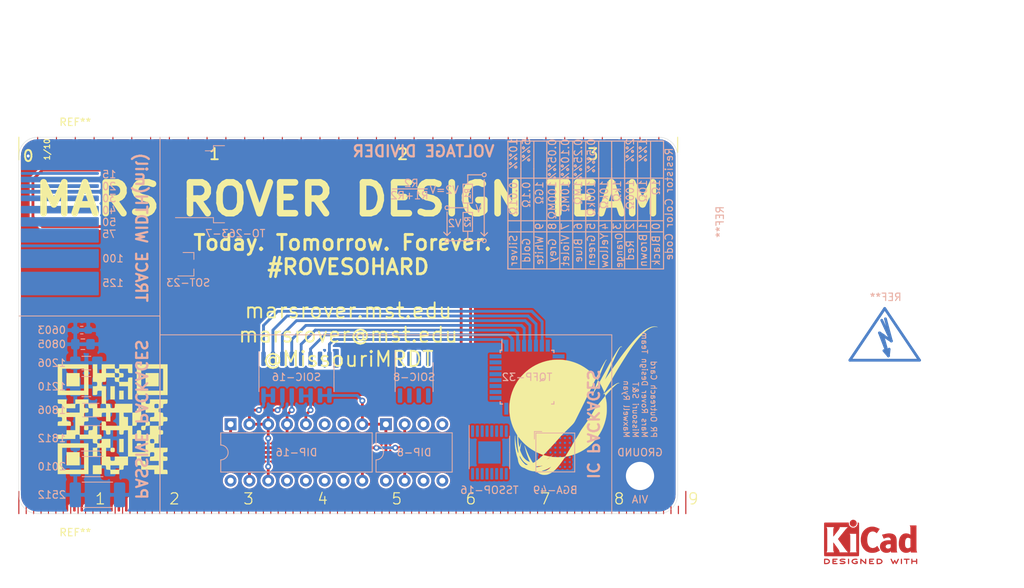
<source format=kicad_pcb>
(kicad_pcb (version 20171130) (host pcbnew "(5.1.6)-1")
  (layers (0 F.Cu signal) (31 B.Cu signal) (34 B.Paste user) (35 F.Paste user) (36 B.SilkS user) (37 F.SilkS user) (38 B.Mask user) (39 F.Mask user) (44 Edge.Cuts user))
  (net 0 "")
  (net 1 GND)
  (module Symbol:KiCad-Logo2_5mm_Copper (layer F.Cu) (at 191.135 130.81)
    (fp_text reference REF** hide)
    (fp_text value KiCad-Logo2_5mm_Copper hide)
    (fp_poly (pts (xy 6.228823 2.274533) (xy 6.260202 2.296776) (xy 6.287911 2.324485) (xy 6.287911 2.63392) (xy 6.287838 2.725799) (xy 6.287495 2.79784) (xy 6.286692 2.85278) (xy 6.285241 2.89336) (xy 6.282952 2.922317) (xy 6.279636 2.942391) (xy 6.275105 2.956321) (xy 6.269169 2.966845) (xy 6.264514 2.9731) (xy 6.233783 2.997673) (xy 6.198496 3.000341) (xy 6.166245 2.985271) (xy 6.155588 2.976374) (xy 6.148464 2.964557) (xy 6.144167 2.945526) (xy 6.141991 2.914992) (xy 6.141228 2.868662) (xy 6.141155 2.832871) (xy 6.141155 2.698045) (xy 5.644444 2.698045) (xy 5.644444 2.8207) (xy 5.643931 2.876787) (xy 5.641876 2.915333) (xy 5.637508 2.941361) (xy 5.630056 2.959897) (xy 5.621047 2.9731) (xy 5.590144 2.997604) (xy 5.555196 3.000506) (xy 5.521738 2.983089) (xy 5.512604 2.973959) (xy 5.506152 2.961855) (xy 5.501897 2.943001) (xy 5.499352 2.91362) (xy 5.498029 2.869937) (xy 5.497443 2.808175) (xy 5.497375 2.794) (xy 5.496891 2.677631) (xy 5.496641 2.581727) (xy 5.496723 2.504177) (xy 5.497231 2.442869) (xy 5.498262 2.39569) (xy 5.499913 2.36053) (xy 5.502279 2.335276) (xy 5.505457 2.317817) (xy 5.509544 2.306041) (xy 5.514634 2.297835) (xy 5.520266 2.291645) (xy 5.552128 2.271844) (xy 5.585357 2.274533) (xy 5.616735 2.296776) (xy 5.629433 2.311126) (xy 5.637526 2.326978) (xy 5.642042 2.349554) (xy 5.644006 2.384078) (xy 5.644444 2.435776) (xy 5.644444 2.551289) (xy 6.141155 2.551289) (xy 6.141155 2.432756) (xy 6.141662 2.378148) (xy 6.143698 2.341275) (xy 6.148035 2.317307) (xy 6.155447 2.301415) (xy 6.163733 2.291645) (xy 6.195594 2.271844) (xy 6.228823 2.274533)) (layer F.Cu) (width 0.01))
    (fp_poly (pts (xy 4.963065 2.269163) (xy 5.041772 2.269542) (xy 5.102863 2.270333) (xy 5.148817 2.27167) (xy 5.182114 2.273683) (xy 5.205236 2.276506) (xy 5.220662 2.280269) (xy 5.230871 2.285105) (xy 5.235813 2.288822) (xy 5.261457 2.321358) (xy 5.264559 2.355138) (xy 5.248711 2.385826) (xy 5.238348 2.398089) (xy 5.227196 2.40645) (xy 5.211035 2.411657) (xy 5.185642 2.414457) (xy 5.146798 2.415596) (xy 5.09028 2.415821) (xy 5.07918 2.415822) (xy 4.933244 2.415822) (xy 4.933244 2.686756) (xy 4.933148 2.772154) (xy 4.932711 2.837864) (xy 4.931712 2.886774) (xy 4.929928 2.921773) (xy 4.927137 2.945749) (xy 4.923117 2.961593) (xy 4.917645 2.972191) (xy 4.910666 2.980267) (xy 4.877734 3.000112) (xy 4.843354 2.998548) (xy 4.812176 2.975906) (xy 4.809886 2.9731) (xy 4.802429 2.962492) (xy 4.796747 2.950081) (xy 4.792601 2.93285) (xy 4.78975 2.907784) (xy 4.787954 2.871867) (xy 4.786972 2.822083) (xy 4.786564 2.755417) (xy 4.786489 2.679589) (xy 4.786489 2.415822) (xy 4.647127 2.415822) (xy 4.587322 2.415418) (xy 4.545918 2.41384) (xy 4.518748 2.410547) (xy 4.501646 2.404992) (xy 4.490443 2.396631) (xy 4.489083 2.395178) (xy 4.472725 2.361939) (xy 4.474172 2.324362) (xy 4.492978 2.291645) (xy 4.50025 2.285298) (xy 4.509627 2.280266) (xy 4.523609 2.276396) (xy 4.544696 2.273537) (xy 4.575389 2.271535) (xy 4.618189 2.270239) (xy 4.675595 2.269498) (xy 4.75011 2.269158) (xy 4.844233 2.269068) (xy 4.86426 2.269067) (xy 4.963065 2.269163)) (layer F.Cu) (width 0.01))
    (fp_poly (pts (xy 4.188614 2.275877) (xy 4.212327 2.290647) (xy 4.238978 2.312227) (xy 4.238978 2.633773) (xy 4.238893 2.72783) (xy 4.238529 2.801932) (xy 4.237724 2.858704) (xy 4.236313 2.900768) (xy 4.234133 2.930748) (xy 4.231021 2.951267) (xy 4.226814 2.964949) (xy 4.221348 2.974416) (xy 4.217472 2.979082) (xy 4.186034 2.999575) (xy 4.150233 2.998739) (xy 4.118873 2.981264) (xy 4.092222 2.959684) (xy 4.092222 2.312227) (xy 4.118873 2.290647) (xy 4.144594 2.274949) (xy 4.1656 2.269067) (xy 4.188614 2.275877)) (layer F.Cu) (width 0.01))
    (fp_poly (pts (xy 3.744665 2.271034) (xy 3.764255 2.278035) (xy 3.76501 2.278377) (xy 3.791613 2.298678) (xy 3.80627 2.319561) (xy 3.809138 2.329352) (xy 3.808996 2.342361) (xy 3.804961 2.360895) (xy 3.796146 2.387257) (xy 3.781669 2.423752) (xy 3.760645 2.472687) (xy 3.732188 2.536365) (xy 3.695415 2.617093) (xy 3.675175 2.661216) (xy 3.638625 2.739985) (xy 3.604315 2.812423) (xy 3.573552 2.87588) (xy 3.547648 2.927708) (xy 3.52791 2.965259) (xy 3.51565 2.985884) (xy 3.513224 2.988733) (xy 3.482183 3.001302) (xy 3.447121 2.999619) (xy 3.419 2.984332) (xy 3.417854 2.983089) (xy 3.406668 2.966154) (xy 3.387904 2.93317) (xy 3.363875 2.88838) (xy 3.336897 2.836032) (xy 3.327201 2.816742) (xy 3.254014 2.67015) (xy 3.17424 2.829393) (xy 3.145767 2.884415) (xy 3.11935 2.932132) (xy 3.097148 2.968893) (xy 3.081319 2.991044) (xy 3.075954 2.995741) (xy 3.034257 3.002102) (xy 2.999849 2.988733) (xy 2.989728 2.974446) (xy 2.972214 2.942692) (xy 2.948735 2.896597) (xy 2.92072 2.839285) (xy 2.889599 2.77388) (xy 2.856799 2.703507) (xy 2.82375 2.631291) (xy 2.791881 2.560355) (xy 2.762619 2.493825) (xy 2.737395 2.434826) (xy 2.717636 2.386481) (xy 2.704772 2.351915) (xy 2.700231 2.334253) (xy 2.700277 2.333613) (xy 2.711326 2.311388) (xy 2.73341 2.288753) (xy 2.73471 2.287768) (xy 2.761853 2.272425) (xy 2.786958 2.272574) (xy 2.796368 2.275466) (xy 2.807834 2.281718) (xy 2.82001 2.294014) (xy 2.834357 2.314908) (xy 2.852336 2.346949) (xy 2.875407 2.392688) (xy 2.90503 2.454677) (xy 2.931745 2.511898) (xy 2.96248 2.578226) (xy 2.990021 2.637874) (xy 3.012938 2.687725) (xy 3.029798 2.724664) (xy 3.039173 2.745573) (xy 3.04054 2.748845) (xy 3.046689 2.743497) (xy 3.060822 2.721109) (xy 3.081057 2.684946) (xy 3.105515 2.638277) (xy 3.115248 2.619022) (xy 3.148217 2.554004) (xy 3.173643 2.506654) (xy 3.193612 2.474219) (xy 3.21021 2.453946) (xy 3.225524 2.443082) (xy 3.24164 2.438875) (xy 3.252143 2.4384) (xy 3.27067 2.440042) (xy 3.286904 2.446831) (xy 3.303035 2.461566) (xy 3.321251 2.487044) (xy 3.343739 2.526061) (xy 3.372689 2.581414) (xy 3.388662 2.612903) (xy 3.41457 2.663087) (xy 3.437167 2.704704) (xy 3.454458 2.734242) (xy 3.46445 2.748189) (xy 3.465809 2.74877) (xy 3.472261 2.737793) (xy 3.486708 2.70929) (xy 3.507703 2.666244) (xy 3.533797 2.611638) (xy 3.563546 2.548454) (xy 3.57818 2.517071) (xy 3.61625 2.436078) (xy 3.646905 2.373756) (xy 3.671737 2.328071) (xy 3.692337 2.296989) (xy 3.710298 2.278478) (xy 3.72721 2.270504) (xy 3.744665 2.271034)) (layer F.Cu) (width 0.01))
    (fp_poly (pts (xy 1.018309 2.269275) (xy 1.147288 2.273636) (xy 1.256991 2.286861) (xy 1.349226 2.309741) (xy 1.425802 2.34307) (xy 1.488527 2.387638) (xy 1.539212 2.444236) (xy 1.579663 2.513658) (xy 1.580459 2.515351) (xy 1.604601 2.577483) (xy 1.613203 2.632509) (xy 1.606231 2.687887) (xy 1.583654 2.751073) (xy 1.579372 2.760689) (xy 1.550172 2.816966) (xy 1.517356 2.860451) (xy 1.475002 2.897417) (xy 1.41719 2.934135) (xy 1.413831 2.936052) (xy 1.363504 2.960227) (xy 1.306621 2.978282) (xy 1.239527 2.990839) (xy 1.158565 2.998522) (xy 1.060082 3.001953) (xy 1.025286 3.002251) (xy 0.859594 3.002845) (xy 0.836197 2.9731) (xy 0.829257 2.963319) (xy 0.823842 2.951897) (xy 0.819765 2.936095) (xy 0.816837 2.913175) (xy 0.814867 2.880396) (xy 0.814225 2.856089) (xy 0.970844 2.856089) (xy 1.064726 2.856089) (xy 1.119664 2.854483) (xy 1.17606 2.850255) (xy 1.222345 2.844292) (xy 1.225139 2.84379) (xy 1.307348 2.821736) (xy 1.371114 2.7886) (xy 1.418452 2.742847) (xy 1.451382 2.682939) (xy 1.457108 2.667061) (xy 1.462721 2.642333) (xy 1.460291 2.617902) (xy 1.448467 2.5854) (xy 1.44134 2.569434) (xy 1.418 2.527006) (xy 1.38988 2.49724) (xy 1.35894 2.476511) (xy 1.296966 2.449537) (xy 1.217651 2.429998) (xy 1.125253 2.418746) (xy 1.058333 2.41627) (xy 0.970844 2.415822) (xy 0.970844 2.856089) (xy 0.814225 2.856089) (xy 0.813668 2.835021) (xy 0.81305 2.774311) (xy 0.812825 2.695526) (xy 0.8128 2.63392) (xy 0.8128 2.324485) (xy 0.840509 2.296776) (xy 0.852806 2.285544) (xy 0.866103 2.277853) (xy 0.884672 2.27304) (xy 0.912786 2.270446) (xy 0.954717 2.26941) (xy 1.014737 2.26927) (xy 1.018309 2.269275)) (layer F.Cu) (width 0.01))
    (fp_poly (pts (xy 0.230343 2.26926) (xy 0.306701 2.270174) (xy 0.365217 2.272311) (xy 0.408255 2.276175) (xy 0.438183 2.282267) (xy 0.457368 2.29109) (xy 0.468176 2.303146) (xy 0.472973 2.318939) (xy 0.474127 2.33897) (xy 0.474133 2.341335) (xy 0.473131 2.363992) (xy 0.468396 2.381503) (xy 0.457333 2.394574) (xy 0.437348 2.403913) (xy 0.405846 2.410227) (xy 0.360232 2.414222) (xy 0.297913 2.416606) (xy 0.216293 2.418086) (xy 0.191277 2.418414) (xy -0.0508 2.421467) (xy -0.054186 2.486378) (xy -0.057571 2.551289) (xy 0.110576 2.551289) (xy 0.176266 2.551531) (xy 0.223172 2.552556) (xy 0.255083 2.554811) (xy 0.275791 2.558742) (xy 0.289084 2.564798) (xy 0.298755 2.573424) (xy 0.298817 2.573493) (xy 0.316356 2.607112) (xy 0.315722 2.643448) (xy 0.297314 2.674423) (xy 0.293671 2.677607) (xy 0.280741 2.685812) (xy 0.263024 2.691521) (xy 0.23657 2.695162) (xy 0.197432 2.697167) (xy 0.141662 2.697964) (xy 0.105994 2.698045) (xy -0.056445 2.698045) (xy -0.056445 2.856089) (xy 0.190161 2.856089) (xy 0.27158 2.856231) (xy 0.33341 2.856814) (xy 0.378637 2.858068) (xy 0.410248 2.860227) (xy 0.431231 2.863523) (xy 0.444573 2.868189) (xy 0.453261 2.874457) (xy 0.45545 2.876733) (xy 0.471614 2.90828) (xy 0.472797 2.944168) (xy 0.459536 2.975285) (xy 0.449043 2.985271) (xy 0.438129 2.990769) (xy 0.421217 2.995022) (xy 0.395633 2.99818) (xy 0.358701 3.000392) (xy 0.307746 3.001806) (xy 0.240094 3.002572) (xy 0.153069 3.002838) (xy 0.133394 3.002845) (xy 0.044911 3.002787) (xy -0.023773 3.002467) (xy -0.075436 3.001667) (xy -0.112855 3.000167) (xy -0.13881 2.997749) (xy -0.156078 2.994194) (xy -0.167438 2.989282) (xy -0.175668 2.982795) (xy -0.180183 2.978138) (xy -0.186979 2.969889) (xy -0.192288 2.959669) (xy -0.196294 2.9448) (xy -0.199179 2.922602) (xy -0.201126 2.890393) (xy -0.202319 2.845496) (xy -0.202939 2.785228) (xy -0.203171 2.706911) (xy -0.2032 2.640994) (xy -0.203129 2.548628) (xy -0.202792 2.476117) (xy -0.202002 2.420737) (xy -0.200574 2.379765) (xy -0.198321 2.350478) (xy -0.195057 2.330153) (xy -0.190596 2.316066) (xy -0.184752 2.305495) (xy -0.179803 2.298811) (xy -0.156406 2.269067) (xy 0.133774 2.269067) (xy 0.230343 2.26926)) (layer F.Cu) (width 0.01))
    (fp_poly (pts (xy -1.300114 2.273448) (xy -1.276548 2.287273) (xy -1.245735 2.309881) (xy -1.206078 2.342338) (xy -1.15598 2.385708) (xy -1.093843 2.441058) (xy -1.018072 2.509451) (xy -0.931334 2.588084) (xy -0.750711 2.751878) (xy -0.745067 2.532029) (xy -0.743029 2.456351) (xy -0.741063 2.399994) (xy -0.738734 2.359706) (xy -0.735606 2.332235) (xy -0.731245 2.314329) (xy -0.725216 2.302737) (xy -0.717084 2.294208) (xy -0.712772 2.290623) (xy -0.678241 2.27167) (xy -0.645383 2.274441) (xy -0.619318 2.290633) (xy -0.592667 2.312199) (xy -0.589352 2.627151) (xy -0.588435 2.719779) (xy -0.587968 2.792544) (xy -0.588113 2.848161) (xy -0.589032 2.889342) (xy -0.590887 2.918803) (xy -0.593839 2.939255) (xy -0.59805 2.953413) (xy -0.603682 2.963991) (xy -0.609927 2.972474) (xy -0.623439 2.988207) (xy -0.636883 2.998636) (xy -0.652124 3.002639) (xy -0.671026 2.999094) (xy -0.695455 2.986879) (xy -0.727273 2.964871) (xy -0.768348 2.931949) (xy -0.820542 2.886991) (xy -0.885722 2.828875) (xy -0.959556 2.762099) (xy -1.224845 2.521458) (xy -1.230489 2.740589) (xy -1.232531 2.816128) (xy -1.234502 2.872354) (xy -1.236839 2.912524) (xy -1.239981 2.939896) (xy -1.244364 2.957728) (xy -1.250424 2.969279) (xy -1.2586 2.977807) (xy -1.262784 2.981282) (xy -1.299765 3.000372) (xy -1.334708 2.997493) (xy -1.365136 2.9731) (xy -1.372097 2.963286) (xy -1.377523 2.951826) (xy -1.381603 2.935968) (xy -1.384529 2.912963) (xy -1.386492 2.880062) (xy -1.387683 2.834516) (xy -1.388292 2.773573) (xy -1.388511 2.694486) (xy -1.388534 2.635956) (xy -1.38846 2.544407) (xy -1.388113 2.472687) (xy -1.387301 2.418045) (xy -1.385833 2.377732) (xy -1.383519 2.348998) (xy -1.380167 2.329093) (xy -1.375588 2.315268) (xy -1.369589 2.304772) (xy -1.365136 2.298811) (xy -1.35385 2.284691) (xy -1.343301 2.274029) (xy -1.331893 2.267892) (xy -1.31803 2.267343) (xy -1.300114 2.273448)) (layer F.Cu) (width 0.01))
    (fp_poly (pts (xy -1.950081 2.274599) (xy -1.881565 2.286095) (xy -1.828943 2.303967) (xy -1.794708 2.327499) (xy -1.785379 2.340924) (xy -1.775893 2.372148) (xy -1.782277 2.400395) (xy -1.80243 2.427182) (xy -1.833745 2.439713) (xy -1.879183 2.438696) (xy -1.914326 2.431906) (xy -1.992419 2.418971) (xy -2.072226 2.417742) (xy -2.161555 2.428241) (xy -2.186229 2.43269) (xy -2.269291 2.456108) (xy -2.334273 2.490945) (xy -2.380461 2.536604) (xy -2.407145 2.592494) (xy -2.412663 2.621388) (xy -2.409051 2.680012) (xy -2.385729 2.731879) (xy -2.344824 2.775978) (xy -2.288459 2.811299) (xy -2.21876 2.836829) (xy -2.137852 2.851559) (xy -2.04786 2.854478) (xy -1.95091 2.844575) (xy -1.945436 2.843641) (xy -1.906875 2.836459) (xy -1.885494 2.829521) (xy -1.876227 2.819227) (xy -1.874006 2.801976) (xy -1.873956 2.792841) (xy -1.873956 2.754489) (xy -1.942431 2.754489) (xy -2.0029 2.750347) (xy -2.044165 2.737147) (xy -2.068175 2.71373) (xy -2.076877 2.678936) (xy -2.076983 2.674394) (xy -2.071892 2.644654) (xy -2.054433 2.623419) (xy -2.021939 2.609366) (xy -1.971743 2.601173) (xy -1.923123 2.598161) (xy -1.852456 2.596433) (xy -1.801198 2.59907) (xy -1.766239 2.6088) (xy -1.74447 2.628353) (xy -1.73278 2.660456) (xy -1.72806 2.707838) (xy -1.7272 2.770071) (xy -1.728609 2.839535) (xy -1.732848 2.886786) (xy -1.739936 2.912012) (xy -1.741311 2.913988) (xy -1.780228 2.945508) (xy -1.837286 2.97047) (xy -1.908869 2.98834) (xy -1.991358 2.998586) (xy -2.081139 3.000673) (xy -2.174592 2.994068) (xy -2.229556 2.985956) (xy -2.315766 2.961554) (xy -2.395892 2.921662) (xy -2.462977 2.869887) (xy -2.473173 2.859539) (xy -2.506302 2.816035) (xy -2.536194 2.762118) (xy -2.559357 2.705592) (xy -2.572298 2.654259) (xy -2.573858 2.634544) (xy -2.567218 2.593419) (xy -2.549568 2.542252) (xy -2.524297 2.488394) (xy -2.494789 2.439195) (xy -2.468719 2.406334) (xy -2.407765 2.357452) (xy -2.328969 2.318545) (xy -2.235157 2.290494) (xy -2.12915 2.274179) (xy -2.032 2.270192) (xy -1.950081 2.274599)) (layer F.Cu) (width 0.01))
    (fp_poly (pts (xy -2.923822 2.291645) (xy -2.917242 2.299218) (xy -2.912079 2.308987) (xy -2.908164 2.323571) (xy -2.905324 2.345585) (xy -2.903387 2.377648) (xy -2.902183 2.422375) (xy -2.901539 2.482385) (xy -2.901284 2.560294) (xy -2.901245 2.635956) (xy -2.901314 2.729802) (xy -2.901638 2.803689) (xy -2.902386 2.860232) (xy -2.903732 2.902049) (xy -2.905846 2.931757) (xy -2.9089 2.951973) (xy -2.913066 2.965314) (xy -2.918516 2.974398) (xy -2.923822 2.980267) (xy -2.956826 2.999947) (xy -2.991991 2.998181) (xy -3.023455 2.976717) (xy -3.030684 2.968337) (xy -3.036334 2.958614) (xy -3.040599 2.944861) (xy -3.043673 2.924389) (xy -3.045752 2.894512) (xy -3.04703 2.852541) (xy -3.047701 2.795789) (xy -3.047959 2.721567) (xy -3.048 2.637537) (xy -3.048 2.324485) (xy -3.020291 2.296776) (xy -2.986137 2.273463) (xy -2.953006 2.272623) (xy -2.923822 2.291645)) (layer F.Cu) (width 0.01))
    (fp_poly (pts (xy -3.691703 2.270351) (xy -3.616888 2.275581) (xy -3.547306 2.28375) (xy -3.487002 2.29455) (xy -3.44002 2.307673) (xy -3.410406 2.322813) (xy -3.40586 2.327269) (xy -3.390054 2.36185) (xy -3.394847 2.397351) (xy -3.419364 2.427725) (xy -3.420534 2.428596) (xy -3.434954 2.437954) (xy -3.450008 2.442876) (xy -3.471005 2.443473) (xy -3.503257 2.439861) (xy -3.552073 2.432154) (xy -3.556 2.431505) (xy -3.628739 2.422569) (xy -3.707217 2.418161) (xy -3.785927 2.418119) (xy -3.859361 2.422279) (xy -3.922011 2.430479) (xy -3.96837 2.442557) (xy -3.971416 2.443771) (xy -4.005048 2.462615) (xy -4.016864 2.481685) (xy -4.007614 2.500439) (xy -3.978047 2.518337) (xy -3.928911 2.534837) (xy -3.860957 2.549396) (xy -3.815645 2.556406) (xy -3.721456 2.569889) (xy -3.646544 2.582214) (xy -3.587717 2.594449) (xy -3.541785 2.607661) (xy -3.505555 2.622917) (xy -3.475838 2.641285) (xy -3.449442 2.663831) (xy -3.42823 2.685971) (xy -3.403065 2.716819) (xy -3.390681 2.743345) (xy -3.386808 2.776026) (xy -3.386667 2.787995) (xy -3.389576 2.827712) (xy -3.401202 2.857259) (xy -3.421323 2.883486) (xy -3.462216 2.923576) (xy -3.507817 2.954149) (xy -3.561513 2.976203) (xy -3.626692 2.990735) (xy -3.706744 2.998741) (xy -3.805057 3.001218) (xy -3.821289 3.001177) (xy -3.886849 2.999818) (xy -3.951866 2.99673) (xy -4.009252 2.992356) (xy -4.051922 2.98714) (xy -4.055372 2.986541) (xy -4.097796 2.976491) (xy -4.13378 2.963796) (xy -4.15415 2.95219) (xy -4.173107 2.921572) (xy -4.174427 2.885918) (xy -4.158085 2.854144) (xy -4.154429 2.850551) (xy -4.139315 2.839876) (xy -4.120415 2.835276) (xy -4.091162 2.836059) (xy -4.055651 2.840127) (xy -4.01597 2.843762) (xy -3.960345 2.846828) (xy -3.895406 2.849053) (xy -3.827785 2.850164) (xy -3.81 2.850237) (xy -3.742128 2.849964) (xy -3.692454 2.848646) (xy -3.65661 2.845827) (xy -3.630224 2.84105) (xy -3.608926 2.833857) (xy -3.596126 2.827867) (xy -3.568 2.811233) (xy -3.550068 2.796168) (xy -3.547447 2.791897) (xy -3.552976 2.774263) (xy -3.57926 2.757192) (xy -3.624478 2.741458) (xy -3.686808 2.727838) (xy -3.705171 2.724804) (xy -3.80109 2.709738) (xy -3.877641 2.697146) (xy -3.93778 2.686111) (xy -3.98446 2.67572) (xy -4.020637 2.665056) (xy -4.049265 2.653205) (xy -4.073298 2.639251) (xy -4.095692 2.622281) (xy -4.119402 2.601378) (xy -4.12738 2.594049) (xy -4.155353 2.566699) (xy -4.17016 2.545029) (xy -4.175952 2.520232) (xy -4.176889 2.488983) (xy -4.166575 2.427705) (xy -4.135752 2.37564) (xy -4.084595 2.332958) (xy -4.013283 2.299825) (xy -3.9624 2.284964) (xy -3.9071 2.275366) (xy -3.840853 2.269936) (xy -3.767706 2.268367) (xy -3.691703 2.270351)) (layer F.Cu) (width 0.01))
    (fp_poly (pts (xy -4.712794 2.269146) (xy -4.643386 2.269518) (xy -4.590997 2.270385) (xy -4.552847 2.271946) (xy -4.526159 2.274403) (xy -4.508153 2.277957) (xy -4.496049 2.28281) (xy -4.487069 2.289161) (xy -4.483818 2.292084) (xy -4.464043 2.323142) (xy -4.460482 2.358828) (xy -4.473491 2.39051) (xy -4.479506 2.396913) (xy -4.489235 2.403121) (xy -4.504901 2.40791) (xy -4.529408 2.411514) (xy -4.565661 2.414164) (xy -4.616565 2.416095) (xy -4.685026 2.417539) (xy -4.747617 2.418418) (xy -4.995334 2.421467) (xy -4.998719 2.486378) (xy -5.002105 2.551289) (xy -4.833958 2.551289) (xy -4.760959 2.551919) (xy -4.707517 2.554553) (xy -4.670628 2.560309) (xy -4.647288 2.570304) (xy -4.634494 2.585656) (xy -4.629242 2.607482) (xy -4.628445 2.627738) (xy -4.630923 2.652592) (xy -4.640277 2.670906) (xy -4.659383 2.683637) (xy -4.691118 2.691741) (xy -4.738359 2.696176) (xy -4.803983 2.697899) (xy -4.839801 2.698045) (xy -5.000978 2.698045) (xy -5.000978 2.856089) (xy -4.752622 2.856089) (xy -4.671213 2.856202) (xy -4.609342 2.856712) (xy -4.563968 2.85787) (xy -4.532054 2.85993) (xy -4.510559 2.863146) (xy -4.496443 2.867772) (xy -4.486668 2.874059) (xy -4.481689 2.878667) (xy -4.46461 2.90556) (xy -4.459111 2.929467) (xy -4.466963 2.958667) (xy -4.481689 2.980267) (xy -4.489546 2.987066) (xy -4.499688 2.992346) (xy -4.514844 2.996298) (xy -4.537741 2.999113) (xy -4.571109 3.000982) (xy -4.617675 3.002098) (xy -4.680167 3.002651) (xy -4.761314 3.002833) (xy -4.803422 3.002845) (xy -4.893598 3.002765) (xy -4.963924 3.002398) (xy -5.017129 3.001552) (xy -5.05594 3.000036) (xy -5.083087 2.997659) (xy -5.101298 2.994229) (xy -5.1133 2.989554) (xy -5.121822 2.983444) (xy -5.125156 2.980267) (xy -5.131755 2.97267) (xy -5.136927 2.96287) (xy -5.140846 2.948239) (xy -5.143684 2.926152) (xy -5.145615 2.893982) (xy -5.146812 2.849103) (xy -5.147448 2.788889) (xy -5.147697 2.710713) (xy -5.147734 2.637923) (xy -5.1477 2.544707) (xy -5.147465 2.471431) (xy -5.14683 2.415458) (xy -5.145594 2.374151) (xy -5.143556 2.344872) (xy -5.140517 2.324984) (xy -5.136277 2.31185) (xy -5.130635 2.302832) (xy -5.123391 2.295293) (xy -5.121606 2.293612) (xy -5.112945 2.286172) (xy -5.102882 2.280409) (xy -5.088625 2.276112) (xy -5.067383 2.273064) (xy -5.036364 2.271051) (xy -4.992777 2.26986) (xy -4.933831 2.269275) (xy -4.856734 2.269083) (xy -4.802001 2.269067) (xy -4.712794 2.269146)) (layer F.Cu) (width 0.01))
    (fp_poly (pts (xy -6.121371 2.269066) (xy -6.081889 2.269467) (xy -5.9662 2.272259) (xy -5.869311 2.28055) (xy -5.787919 2.295232) (xy -5.718723 2.317193) (xy -5.65842 2.347322) (xy -5.603708 2.38651) (xy -5.584167 2.403532) (xy -5.55175 2.443363) (xy -5.52252 2.497413) (xy -5.499991 2.557323) (xy -5.487679 2.614739) (xy -5.4864 2.635956) (xy -5.494417 2.694769) (xy -5.515899 2.759013) (xy -5.546999 2.819821) (xy -5.583866 2.86833) (xy -5.589854 2.874182) (xy -5.640579 2.915321) (xy -5.696125 2.947435) (xy -5.759696 2.971365) (xy -5.834494 2.987953) (xy -5.923722 2.998041) (xy -6.030582 3.002469) (xy -6.079528 3.002845) (xy -6.141762 3.002545) (xy -6.185528 3.001292) (xy -6.214931 2.998554) (xy -6.234079 2.993801) (xy -6.247077 2.986501) (xy -6.254045 2.980267) (xy -6.260626 2.972694) (xy -6.265788 2.962924) (xy -6.269703 2.94834) (xy -6.272543 2.926326) (xy -6.27448 2.894264) (xy -6.275684 2.849536) (xy -6.276328 2.789526) (xy -6.276583 2.711617) (xy -6.276622 2.635956) (xy -6.27687 2.535041) (xy -6.276817 2.454427) (xy -6.275857 2.415822) (xy -6.129867 2.415822) (xy -6.129867 2.856089) (xy -6.036734 2.856004) (xy -5.980693 2.854396) (xy -5.921999 2.850256) (xy -5.873028 2.844464) (xy -5.871538 2.844226) (xy -5.792392 2.82509) (xy -5.731002 2.795287) (xy -5.684305 2.752878) (xy -5.654635 2.706961) (xy -5.636353 2.656026) (xy -5.637771 2.6082) (xy -5.658988 2.556933) (xy -5.700489 2.503899) (xy -5.757998 2.4646) (xy -5.83275 2.438331) (xy -5.882708 2.429035) (xy -5.939416 2.422507) (xy -5.999519 2.417782) (xy -6.050639 2.415817) (xy -6.053667 2.415808) (xy -6.129867 2.415822) (xy -6.275857 2.415822) (xy -6.27526 2.391851) (xy -6.270998 2.345055) (xy -6.26283 2.311778) (xy -6.249556 2.289759) (xy -6.229974 2.276739) (xy -6.202883 2.270457) (xy -6.167082 2.268653) (xy -6.121371 2.269066)) (layer F.Cu) (width 0.01))
    (fp_poly (pts (xy -2.273043 -2.973429) (xy -2.176768 -2.949191) (xy -2.090184 -2.906359) (xy -2.015373 -2.846581) (xy -1.954418 -2.771506) (xy -1.909399 -2.68278) (xy -1.883136 -2.58647) (xy -1.877286 -2.489205) (xy -1.89214 -2.395346) (xy -1.92584 -2.307489) (xy -1.976528 -2.22823) (xy -2.042345 -2.160164) (xy -2.121434 -2.105888) (xy -2.211934 -2.067998) (xy -2.2632 -2.055574) (xy -2.307698 -2.048053) (xy -2.341999 -2.045081) (xy -2.37496 -2.046906) (xy -2.415434 -2.053775) (xy -2.448531 -2.06075) (xy -2.541947 -2.092259) (xy -2.625619 -2.143383) (xy -2.697665 -2.212571) (xy -2.7562 -2.298272) (xy -2.770148 -2.325511) (xy -2.786586 -2.361878) (xy -2.796894 -2.392418) (xy -2.80246 -2.42455) (xy -2.804669 -2.465693) (xy -2.804948 -2.511778) (xy -2.800861 -2.596135) (xy -2.787446 -2.665414) (xy -2.762256 -2.726039) (xy -2.722846 -2.784433) (xy -2.684298 -2.828698) (xy -2.612406 -2.894516) (xy -2.537313 -2.939947) (xy -2.454562 -2.96715) (xy -2.376928 -2.977424) (xy -2.273043 -2.973429)) (layer F.Cu) (width 0.01))
    (fp_poly (pts (xy 6.186507 -0.527755) (xy 6.186526 -0.293338) (xy 6.186552 -0.080397) (xy 6.186625 0.112168) (xy 6.186782 0.285459) (xy 6.187064 0.440576) (xy 6.187509 0.57862) (xy 6.188156 0.700692) (xy 6.189045 0.807894) (xy 6.190213 0.901326) (xy 6.191701 0.98209) (xy 6.193546 1.051286) (xy 6.195789 1.110015) (xy 6.198469 1.159379) (xy 6.201623 1.200478) (xy 6.205292 1.234413) (xy 6.209513 1.262286) (xy 6.214327 1.285198) (xy 6.219773 1.304249) (xy 6.225888 1.32054) (xy 6.232712 1.335173) (xy 6.240285 1.349249) (xy 6.248645 1.363868) (xy 6.253839 1.372974) (xy 6.288104 1.433689) (xy 5.429955 1.433689) (xy 5.429955 1.337733) (xy 5.429224 1.29437) (xy 5.427272 1.261205) (xy 5.424463 1.243424) (xy 5.423221 1.241778) (xy 5.411799 1.248662) (xy 5.389084 1.266505) (xy 5.366385 1.285879) (xy 5.3118 1.326614) (xy 5.242321 1.367617) (xy 5.16527 1.405123) (xy 5.087965 1.435364) (xy 5.057113 1.445012) (xy 4.988616 1.459578) (xy 4.905764 1.469539) (xy 4.816371 1.474583) (xy 4.728248 1.474396) (xy 4.649207 1.468666) (xy 4.611511 1.462858) (xy 4.473414 1.424797) (xy 4.346113 1.367073) (xy 4.230292 1.290211) (xy 4.126637 1.194739) (xy 4.035833 1.081179) (xy 3.969031 0.970381) (xy 3.914164 0.853625) (xy 3.872163 0.734276) (xy 3.842167 0.608283) (xy 3.823311 0.471594) (xy 3.814732 0.320158) (xy 3.814006 0.242711) (xy 3.8161 0.185934) (xy 4.645217 0.185934) (xy 4.645424 0.279002) (xy 4.648337 0.366692) (xy 4.654 0.443772) (xy 4.662455 0.505009) (xy 4.665038 0.51735) (xy 4.69684 0.624633) (xy 4.738498 0.711658) (xy 4.790363 0.778642) (xy 4.852781 0.825805) (xy 4.9261 0.853365) (xy 5.010669 0.861541) (xy 5.106835 0.850551) (xy 5.170311 0.834829) (xy 5.219454 0.816639) (xy 5.273583 0.790791) (xy 5.314244 0.767089) (xy 5.3848 0.720721) (xy 5.3848 -0.42947) (xy 5.317392 -0.473038) (xy 5.238867 -0.51396) (xy 5.154681 -0.540611) (xy 5.069557 -0.552535) (xy 4.988216 -0.549278) (xy 4.91538 -0.530385) (xy 4.883426 -0.514816) (xy 4.825501 -0.471819) (xy 4.776544 -0.415047) (xy 4.73539 -0.342425) (xy 4.700874 -0.251879) (xy 4.671833 -0.141334) (xy 4.670552 -0.135467) (xy 4.660381 -0.073212) (xy 4.652739 0.004594) (xy 4.64767 0.09272) (xy 4.645217 0.185934) (xy 3.8161 0.185934) (xy 3.821857 0.029895) (xy 3.843802 -0.165941) (xy 3.879786 -0.344668) (xy 3.929759 -0.506155) (xy 3.993668 -0.650274) (xy 4.071462 -0.776894) (xy 4.163089 -0.885885) (xy 4.268497 -0.977117) (xy 4.313662 -1.008068) (xy 4.414611 -1.064215) (xy 4.517901 -1.103826) (xy 4.627989 -1.127986) (xy 4.74933 -1.137781) (xy 4.841836 -1.136735) (xy 4.97149 -1.125769) (xy 5.084084 -1.103954) (xy 5.182875 -1.070286) (xy 5.271121 -1.023764) (xy 5.319986 -0.989552) (xy 5.349353 -0.967638) (xy 5.371043 -0.952667) (xy 5.379253 -0.948267) (xy 5.380868 -0.959096) (xy 5.382159 -0.989749) (xy 5.383138 -1.037474) (xy 5.383817 -1.099521) (xy 5.38421 -1.173138) (xy 5.38433 -1.255573) (xy 5.384188 -1.344075) (xy 5.383797 -1.435893) (xy 5.383171 -1.528276) (xy 5.38232 -1.618472) (xy 5.38126 -1.703729) (xy 5.380001 -1.781297) (xy 5.378556 -1.848424) (xy 5.376938 -1.902359) (xy 5.375161 -1.94035) (xy 5.374669 -1.947333) (xy 5.367092 -2.017749) (xy 5.355531 -2.072898) (xy 5.337792 -2.120019) (xy 5.311682 -2.166353) (xy 5.305415 -2.175933) (xy 5.280983 -2.212622) (xy 6.186311 -2.212622) (xy 6.186507 -0.527755)) (layer F.Cu) (width 0.01))
    (fp_poly (pts (xy 2.673574 -1.133448) (xy 2.825492 -1.113433) (xy 2.960756 -1.079798) (xy 3.080239 -1.032275) (xy 3.184815 -0.970595) (xy 3.262424 -0.907035) (xy 3.331265 -0.832901) (xy 3.385006 -0.753129) (xy 3.42791 -0.660909) (xy 3.443384 -0.617839) (xy 3.456244 -0.578858) (xy 3.467446 -0.542711) (xy 3.47712 -0.507566) (xy 3.485396 -0.47159) (xy 3.492403 -0.43295) (xy 3.498272 -0.389815) (xy 3.503131 -0.340351) (xy 3.50711 -0.282727) (xy 3.51034 -0.215109) (xy 3.512949 -0.135666) (xy 3.515067 -0.042564) (xy 3.516824 0.066027) (xy 3.518349 0.191942) (xy 3.519772 0.337012) (xy 3.521025 0.479778) (xy 3.522351 0.635968) (xy 3.523556 0.771239) (xy 3.524766 0.887246) (xy 3.526106 0.985645) (xy 3.5277 1.068093) (xy 3.529675 1.136246) (xy 3.532156 1.19176) (xy 3.535269 1.236292) (xy 3.539138 1.271498) (xy 3.543889 1.299034) (xy 3.549648 1.320556) (xy 3.556539 1.337722) (xy 3.564689 1.352186) (xy 3.574223 1.365606) (xy 3.585266 1.379638) (xy 3.589566 1.385071) (xy 3.605386 1.40791) (xy 3.612422 1.423463) (xy 3.612444 1.423922) (xy 3.601567 1.426121) (xy 3.570582 1.428147) (xy 3.521957 1.429942) (xy 3.458163 1.431451) (xy 3.381669 1.432616) (xy 3.294944 1.43338) (xy 3.200457 1.433686) (xy 3.18955 1.433689) (xy 2.766657 1.433689) (xy 2.763395 1.337622) (xy 2.760133 1.241556) (xy 2.698044 1.292543) (xy 2.600714 1.360057) (xy 2.490813 1.414749) (xy 2.404349 1.444978) (xy 2.335278 1.459666) (xy 2.251925 1.469659) (xy 2.162159 1.474646) (xy 2.073845 1.474313) (xy 1.994851 1.468351) (xy 1.958622 1.462638) (xy 1.818603 1.424776) (xy 1.692178 1.369932) (xy 1.58026 1.298924) (xy 1.483762 1.212568) (xy 1.4036 1.111679) (xy 1.340687 0.997076) (xy 1.296312 0.870984) (xy 1.283978 0.814401) (xy 1.276368 0.752202) (xy 1.272739 0.677363) (xy 1.272245 0.643467) (xy 1.27231 0.640282) (xy 2.032248 0.640282) (xy 2.041541 0.715333) (xy 2.069728 0.77916) (xy 2.118197 0.834798) (xy 2.123254 0.839211) (xy 2.171548 0.874037) (xy 2.223257 0.89662) (xy 2.283989 0.90854) (xy 2.359352 0.911383) (xy 2.377459 0.910978) (xy 2.431278 0.908325) (xy 2.471308 0.902909) (xy 2.506324 0.892745) (xy 2.545103 0.87585) (xy 2.555745 0.870672) (xy 2.616396 0.834844) (xy 2.663215 0.792212) (xy 2.675952 0.776973) (xy 2.720622 0.720462) (xy 2.720622 0.524586) (xy 2.720086 0.445939) (xy 2.718396 0.387988) (xy 2.715428 0.348875) (xy 2.711057 0.326741) (xy 2.706972 0.320274) (xy 2.691047 0.317111) (xy 2.657264 0.314488) (xy 2.61034 0.312655) (xy 2.554993 0.311857) (xy 2.546106 0.311842) (xy 2.42533 0.317096) (xy 2.32266 0.333263) (xy 2.236106 0.360961) (xy 2.163681 0.400808) (xy 2.108751 0.447758) (xy 2.064204 0.505645) (xy 2.03948 0.568693) (xy 2.032248 0.640282) (xy 1.27231 0.640282) (xy 1.274178 0.549712) (xy 1.282522 0.470812) (xy 1.298768 0.39959) (xy 1.324405 0.328864) (xy 1.348401 0.276493) (xy 1.40702 0.181196) (xy 1.485117 0.09317) (xy 1.580315 0.014017) (xy 1.690238 -0.05466) (xy 1.81251 -0.111259) (xy 1.944755 -0.154179) (xy 2.009422 -0.169118) (xy 2.145604 -0.191223) (xy 2.294049 -0.205806) (xy 2.445505 -0.212187) (xy 2.572064 -0.210555) (xy 2.73395 -0.203776) (xy 2.72653 -0.262755) (xy 2.707238 -0.361908) (xy 2.676104 -0.442628) (xy 2.632269 -0.505534) (xy 2.574871 -0.551244) (xy 2.503048 -0.580378) (xy 2.415941 -0.593553) (xy 2.312686 -0.591389) (xy 2.274711 -0.587388) (xy 2.13352 -0.56222) (xy 1.996707 -0.521186) (xy 1.902178 -0.483185) (xy 1.857018 -0.46381) (xy 1.818585 -0.44824) (xy 1.792234 -0.438595) (xy 1.784546 -0.436548) (xy 1.774802 -0.445626) (xy 1.758083 -0.474595) (xy 1.734232 -0.523783) (xy 1.703093 -0.593516) (xy 1.664507 -0.684121) (xy 1.65791 -0.699911) (xy 1.627853 -0.772228) (xy 1.600874 -0.837575) (xy 1.578136 -0.893094) (xy 1.560806 -0.935928) (xy 1.550048 -0.963219) (xy 1.546941 -0.972058) (xy 1.55694 -0.976813) (xy 1.583217 -0.98209) (xy 1.611489 -0.985769) (xy 1.641646 -0.990526) (xy 1.689433 -0.999972) (xy 1.750612 -1.01318) (xy 1.820946 -1.029224) (xy 1.896194 -1.04718) (xy 1.924755 -1.054203) (xy 2.029816 -1.079791) (xy 2.11748 -1.099853) (xy 2.192068 -1.115031) (xy 2.257903 -1.125965) (xy 2.319307 -1.133296) (xy 2.380602 -1.137665) (xy 2.44611 -1.139713) (xy 2.504128 -1.140111) (xy 2.673574 -1.133448)) (layer F.Cu) (width 0.01))
    (fp_poly (pts (xy 0.328429 -2.050929) (xy 0.48857 -2.029755) (xy 0.65251 -1.989615) (xy 0.822313 -1.930111) (xy 1.000043 -1.850846) (xy 1.01131 -1.845301) (xy 1.069005 -1.817275) (xy 1.120552 -1.793198) (xy 1.162191 -1.774751) (xy 1.190162 -1.763614) (xy 1.199733 -1.761067) (xy 1.21895 -1.756059) (xy 1.223561 -1.751853) (xy 1.218458 -1.74142) (xy 1.202418 -1.715132) (xy 1.177288 -1.675743) (xy 1.144914 -1.626009) (xy 1.107143 -1.568685) (xy 1.065822 -1.506524) (xy 1.022798 -1.442282) (xy 0.979917 -1.378715) (xy 0.939026 -1.318575) (xy 0.901971 -1.26462) (xy 0.8706 -1.219603) (xy 0.846759 -1.186279) (xy 0.832294 -1.167403) (xy 0.830309 -1.165213) (xy 0.820191 -1.169862) (xy 0.79785 -1.187038) (xy 0.76728 -1.21356) (xy 0.751536 -1.228036) (xy 0.655047 -1.303318) (xy 0.548336 -1.358759) (xy 0.432832 -1.393859) (xy 0.309962 -1.40812) (xy 0.240561 -1.406949) (xy 0.119423 -1.389788) (xy 0.010205 -1.353906) (xy -0.087418 -1.299041) (xy -0.173772 -1.22493) (xy -0.249185 -1.131312) (xy -0.313982 -1.017924) (xy -0.351399 -0.931333) (xy -0.395252 -0.795634) (xy -0.427572 -0.64815) (xy -0.448443 -0.492686) (xy -0.457949 -0.333044) (xy -0.456173 -0.173027) (xy -0.443197 -0.016439) (xy -0.419106 0.132918) (xy -0.383982 0.27124) (xy -0.337908 0.394724) (xy -0.321627 0.428978) (xy -0.25338 0.543064) (xy -0.172921 0.639557) (xy -0.08143 0.71767) (xy 0.019911 0.776617) (xy 0.12992 0.815612) (xy 0.247415 0.833868) (xy 0.288883 0.835211) (xy 0.410441 0.82429) (xy 0.530878 0.791474) (xy 0.648666 0.737439) (xy 0.762277 0.662865) (xy 0.853685 0.584539) (xy 0.900215 0.540008) (xy 1.081483 0.837271) (xy 1.12658 0.911433) (xy 1.167819 0.979646) (xy 1.203735 1.039459) (xy 1.232866 1.08842) (xy 1.25375 1.124079) (xy 1.264924 1.143984) (xy 1.266375 1.147079) (xy 1.258146 1.156718) (xy 1.232567 1.173999) (xy 1.192873 1.197283) (xy 1.142297 1.224934) (xy 1.084074 1.255315) (xy 1.021437 1.28679) (xy 0.957621 1.317722) (xy 0.89586 1.346473) (xy 0.839388 1.371408) (xy 0.791438 1.390889) (xy 0.767986 1.399318) (xy 0.634221 1.437133) (xy 0.496327 1.462136) (xy 0.348622 1.47514) (xy 0.221833 1.477468) (xy 0.153878 1.476373) (xy 0.088277 1.474275) (xy 0.030847 1.471434) (xy -0.012597 1.468106) (xy -0.026702 1.466422) (xy -0.165716 1.437587) (xy -0.307243 1.392468) (xy -0.444725 1.33375) (xy -0.571606 1.26412) (xy -0.649111 1.211441) (xy -0.776519 1.103239) (xy -0.894822 0.976671) (xy -1.001828 0.834866) (xy -1.095348 0.680951) (xy -1.17319 0.518053) (xy -1.217044 0.400756) (xy -1.267292 0.217128) (xy -1.300791 0.022581) (xy -1.317551 -0.178675) (xy -1.317584 -0.382432) (xy -1.300899 -0.584479) (xy -1.267507 -0.780608) (xy -1.21742 -0.966609) (xy -1.213603 -0.978197) (xy -1.150719 -1.14025) (xy -1.073972 -1.288168) (xy -0.980758 -1.426135) (xy -0.868473 -1.558339) (xy -0.824608 -1.603601) (xy -0.688466 -1.727543) (xy -0.548509 -1.830085) (xy -0.402589 -1.912344) (xy -0.248558 -1.975436) (xy -0.084268 -2.020477) (xy 0.011289 -2.037967) (xy 0.170023 -2.053534) (xy 0.328429 -2.050929)) (layer F.Cu) (width 0.01))
    (fp_poly (pts (xy -2.9464 -2.510946) (xy -2.935535 -2.397007) (xy -2.903918 -2.289384) (xy -2.853015 -2.190385) (xy -2.784293 -2.102316) (xy -2.699219 -2.027484) (xy -2.602232 -1.969616) (xy -2.495964 -1.929995) (xy -2.38895 -1.911427) (xy -2.2833 -1.912566) (xy -2.181125 -1.93207) (xy -2.084534 -1.968594) (xy -1.995638 -2.020795) (xy -1.916546 -2.087327) (xy -1.849369 -2.166848) (xy -1.796217 -2.258013) (xy -1.759199 -2.359477) (xy -1.740427 -2.469898) (xy -1.738489 -2.519794) (xy -1.738489 -2.607733) (xy -1.68656 -2.607733) (xy -1.650253 -2.604889) (xy -1.623355 -2.593089) (xy -1.596249 -2.569351) (xy -1.557867 -2.530969) (xy -1.557867 -0.339398) (xy -1.557876 -0.077261) (xy -1.557908 0.163241) (xy -1.557972 0.383048) (xy -1.558076 0.583101) (xy -1.558227 0.764344) (xy -1.558434 0.927716) (xy -1.558706 1.07416) (xy -1.55905 1.204617) (xy -1.559474 1.320029) (xy -1.559987 1.421338) (xy -1.560597 1.509484) (xy -1.561312 1.58541) (xy -1.56214 1.650057) (xy -1.563089 1.704367) (xy -1.564167 1.74928) (xy -1.565383 1.78574) (xy -1.566745 1.814687) (xy -1.568261 1.837063) (xy -1.569938 1.853809) (xy -1.571786 1.865868) (xy -1.573813 1.87418) (xy -1.576025 1.879687) (xy -1.577108 1.881537) (xy -1.581271 1.888549) (xy -1.584805 1.894996) (xy -1.588635 1.9009) (xy -1.593682 1.906286) (xy -1.600871 1.911178) (xy -1.611123 1.915598) (xy -1.625364 1.919572) (xy -1.644514 1.923121) (xy -1.669499 1.92627) (xy -1.70124 1.929042) (xy -1.740662 1.931461) (xy -1.788686 1.933551) (xy -1.846237 1.935335) (xy -1.914237 1.936837) (xy -1.99361 1.93808) (xy -2.085279 1.939089) (xy -2.190166 1.939885) (xy -2.309196 1.940494) (xy -2.44329 1.940939) (xy -2.593373 1.941243) (xy -2.760367 1.94143) (xy -2.945196 1.941524) (xy -3.148783 1.941548) (xy -3.37205 1.941525) (xy -3.615922 1.94148) (xy -3.881321 1.941437) (xy -3.919704 1.941432) (xy -4.186682 1.941389) (xy -4.432002 1.941318) (xy -4.656583 1.941213) (xy -4.861345 1.941066) (xy -5.047206 1.940869) (xy -5.215088 1.940616) (xy -5.365908 1.9403) (xy -5.500587 1.939913) (xy -5.620044 1.939447) (xy -5.725199 1.938897) (xy -5.816971 1.938253) (xy -5.896279 1.937511) (xy -5.964043 1.936661) (xy -6.021182 1.935697) (xy -6.068617 1.934611) (xy -6.107266 1.933397) (xy -6.138049 1.932047) (xy -6.161885 1.930555) (xy -6.179694 1.928911) (xy -6.192395 1.927111) (xy -6.200908 1.925145) (xy -6.205266 1.923477) (xy -6.213728 1.919906) (xy -6.221497 1.91727) (xy -6.228602 1.914634) (xy -6.235073 1.911062) (xy -6.240939 1.905621) (xy -6.246229 1.897375) (xy -6.250974 1.88539) (xy -6.255202 1.868731) (xy -6.258943 1.846463) (xy -6.262227 1.817652) (xy -6.265083 1.781363) (xy -6.26754 1.736661) (xy -6.269629 1.682611) (xy -6.271378 1.618279) (xy -6.272817 1.54273) (xy -6.273976 1.45503) (xy -6.274883 1.354243) (xy -6.275569 1.239434) (xy -6.276063 1.10967) (xy -6.276395 0.964015) (xy -6.276593 0.801535) (xy -6.276687 0.621295) (xy -6.276708 0.42236) (xy -6.276685 0.203796) (xy -6.276646 -0.035332) (xy -6.276622 -0.29596) (xy -6.276622 -0.338111) (xy -6.276636 -0.601008) (xy -6.276661 -0.842268) (xy -6.276671 -1.062835) (xy -6.276642 -1.263648) (xy -6.276548 -1.445651) (xy -6.276362 -1.609784) (xy -6.276059 -1.756989) (xy -6.275614 -1.888208) (xy -6.275034 -1.998133) (xy -5.972197 -1.998133) (xy -5.932407 -1.940289) (xy -5.921236 -1.924521) (xy -5.911166 -1.910559) (xy -5.902138 -1.897216) (xy -5.894097 -1.883307) (xy -5.886986 -1.867644) (xy -5.880747 -1.849042) (xy -5.875325 -1.826314) (xy -5.870662 -1.798273) (xy -5.866701 -1.763733) (xy -5.863385 -1.721508) (xy -5.860659 -1.670411) (xy -5.858464 -1.609256) (xy -5.856745 -1.536856) (xy -5.855444 -1.452025) (xy -5.854505 -1.353578) (xy -5.85387 -1.240326) (xy -5.853484 -1.111084) (xy -5.853288 -0.964666) (xy -5.853227 -0.799884) (xy -5.853243 -0.615553) (xy -5.85328 -0.410487) (xy -5.853289 -0.287867) (xy -5.853265 -0.070918) (xy -5.853231 0.124642) (xy -5.853243 0.299999) (xy -5.853358 0.456341) (xy -5.85363 0.594857) (xy -5.854118 0.716734) (xy -5.854876 0.82316) (xy -5.855962 0.915322) (xy -5.857431 0.994409) (xy -5.85934 1.061608) (xy -5.861744 1.118107) (xy -5.864701 1.165093) (xy -5.868266 1.203755) (xy -5.872495 1.23528) (xy -5.877446 1.260855) (xy -5.883173 1.28167) (xy -5.889733 1.298911) (xy -5.897183 1.313765) (xy -5.905579 1.327422) (xy -5.914976 1.341069) (xy -5.925432 1.355893) (xy -5.931523 1.364783) (xy -5.970296 1.4224) (xy -5.438732 1.4224) (xy -5.315483 1.422365) (xy -5.212987 1.422215) (xy -5.12942 1.421878) (xy -5.062956 1.421286) (xy -5.011771 1.420367) (xy -4.974041 1.419051) (xy -4.94794 1.417269) (xy -4.931644 1.414951) (xy -4.923328 1.412026) (xy -4.921168 1.408424) (xy -4.923339 1.404075) (xy -4.924535 1.402645) (xy -4.949685 1.365573) (xy -4.975583 1.312772) (xy -4.999192 1.25077) (xy -5.007461 1.224357) (xy -5.012078 1.206416) (xy -5.015979 1.185355) (xy -5.019248 1.159089) (xy -5.021966 1.125532) (xy -5.024215 1.082599) (xy -5.026077 1.028204) (xy -5.027636 0.960262) (xy -5.028972 0.876688) (xy -5.030169 0.775395) (xy -5.031308 0.6543) (xy -5.031685 0.6096) (xy -5.032702 0.484449) (xy -5.03346 0.380082) (xy -5.033903 0.294707) (xy -5.03397 0.226533) (xy -5.033605 0.173765) (xy -5.032748 0.134614) (xy -5.031341 0.107285) (xy -5.029325 0.089986) (xy -5.026643 0.080926) (xy -5.023236 0.078312) (xy -5.019044 0.080351) (xy -5.014571 0.084667) (xy -5.004216 0.097602) (xy -4.982158 0.126676) (xy -4.949957 0.169759) (xy -4.909174 0.224718) (xy -4.86137 0.289423) (xy -4.808105 0.361742) (xy -4.75094 0.439544) (xy -4.691437 0.520698) (xy -4.631155 0.603072) (xy -4.571655 0.684536) (xy -4.514498 0.762957) (xy -4.461245 0.836204) (xy -4.413457 0.902147) (xy -4.372693 0.958654) (xy -4.340516 1.003593) (xy -4.318485 1.034834) (xy -4.313917 1.041466) (xy -4.290996 1.078369) (xy -4.264188 1.126359) (xy -4.238789 1.175897) (xy -4.235568 1.182577) (xy -4.21389 1.230772) (xy -4.201304 1.268334) (xy -4.195574 1.30416) (xy -4.194456 1.3462) (xy -4.19509 1.4224) (xy -3.040651 1.4224) (xy -3.131815 1.328669) (xy -3.178612 1.278775) (xy -3.228899 1.222295) (xy -3.274944 1.168026) (xy -3.295369 1.142673) (xy -3.325807 1.103128) (xy -3.365862 1.049916) (xy -3.414361 0.984667) (xy -3.470135 0.909011) (xy -3.532011 0.824577) (xy -3.598819 0.732994) (xy -3.669387 0.635892) (xy -3.742545 0.534901) (xy -3.817121 0.43165) (xy -3.891944 0.327768) (xy -3.965843 0.224885) (xy -4.037646 0.124631) (xy -4.106184 0.028636) (xy -4.170284 -0.061473) (xy -4.228775 -0.144064) (xy -4.280486 -0.217508) (xy -4.324247 -0.280176) (xy -4.358885 -0.330439) (xy -4.38323 -0.366666) (xy -4.396111 -0.387229) (xy -4.397869 -0.391332) (xy -4.38991 -0.402658) (xy -4.369115 -0.429838) (xy -4.336847 -0.471171) (xy -4.29447 -0.524956) (xy -4.243347 -0.589494) (xy -4.184841 -0.663082) (xy -4.120314 -0.744022) (xy -4.051131 -0.830612) (xy -3.978653 -0.921152) (xy -3.904246 -1.01394) (xy -3.844517 -1.088298) (xy -2.833511 -1.088298) (xy -2.827602 -1.075341) (xy -2.813272 -1.053092) (xy -2.812225 -1.051609) (xy -2.793438 -1.021456) (xy -2.773791 -0.984625) (xy -2.769892 -0.976489) (xy -2.766356 -0.96806) (xy -2.76323 -0.957941) (xy -2.760486 -0.94474) (xy -2.758092 -0.927062) (xy -2.756019 -0.903516) (xy -2.754235 -0.872707) (xy -2.752712 -0.833243) (xy -2.751419 -0.783731) (xy -2.750326 -0.722777) (xy -2.749403 -0.648989) (xy -2.748619 -0.560972) (xy -2.747945 -0.457335) (xy -2.74735 -0.336684) (xy -2.746805 -0.197626) (xy -2.746279 -0.038768) (xy -2.745745 0.140089) (xy -2.745206 0.325207) (xy -2.744772 0.489145) (xy -2.744509 0.633303) (xy -2.744484 0.759079) (xy -2.744765 0.867871) (xy -2.745419 0.961077) (xy -2.746514 1.040097) (xy -2.748118 1.106328) (xy -2.750297 1.16117) (xy -2.753119 1.206021) (xy -2.756651 1.242278) (xy -2.760961 1.271341) (xy -2.766117 1.294609) (xy -2.772185 1.313479) (xy -2.779233 1.329351) (xy -2.787329 1.343622) (xy -2.79654 1.357691) (xy -2.80504 1.370158) (xy -2.822176 1.396452) (xy -2.832322 1.414037) (xy -2.833511 1.417257) (xy -2.822604 1.418334) (xy -2.791411 1.419335) (xy -2.742223 1.420235) (xy -2.677333 1.42101) (xy -2.59903 1.421637) (xy -2.509607 1.422091) (xy -2.411356 1.422349) (xy -2.342445 1.4224) (xy -2.237452 1.42218) (xy -2.14061 1.421548) (xy -2.054107 1.420549) (xy -1.980132 1.419227) (xy -1.920874 1.417626) (xy -1.87852 1.415791) (xy -1.85526 1.413765) (xy -1.851378 1.412493) (xy -1.859076 1.397591) (xy -1.867074 1.38956) (xy -1.880246 1.372434) (xy -1.897485 1.342183) (xy -1.909407 1.317622) (xy -1.936045 1.258711) (xy -1.93912 0.081845) (xy -1.942195 -1.095022) (xy -2.387853 -1.095022) (xy -2.48567 -1.094858) (xy -2.576064 -1.094389) (xy -2.65663 -1.093653) (xy -2.724962 -1.092684) (xy -2.778656 -1.09152) (xy -2.815305 -1.090197) (xy -2.832504 -1.088751) (xy -2.833511 -1.088298) (xy -3.844517 -1.088298) (xy -3.82927 -1.107278) (xy -3.75509 -1.199463) (xy -3.683069 -1.288796) (xy -3.614569 -1.373576) (xy -3.550955 -1.452102) (xy -3.493588 -1.522674) (xy -3.443833 -1.583591) (xy -3.403052 -1.633153) (xy -3.385888 -1.653822) (xy -3.299596 -1.754484) (xy -3.222997 -1.837741) (xy -3.154183 -1.905562) (xy -3.091248 -1.959911) (xy -3.081867 -1.967278) (xy -3.042356 -1.997883) (xy -4.174116 -1.998133) (xy -4.168827 -1.950156) (xy -4.17213 -1.892812) (xy -4.193661 -1.824537) (xy -4.233635 -1.744788) (xy -4.278943 -1.672505) (xy -4.295161 -1.64986) (xy -4.323214 -1.612304) (xy -4.36143 -1.561979) (xy -4.408137 -1.501027) (xy -4.461661 -1.431589) (xy -4.520331 -1.355806) (xy -4.582475 -1.27582) (xy -4.646421 -1.193772) (xy -4.710495 -1.111804) (xy -4.773027 -1.032057) (xy -4.832343 -0.956673) (xy -4.886771 -0.887793) (xy -4.934639 -0.827558) (xy -4.974275 -0.778111) (xy -5.004006 -0.741592) (xy -5.022161 -0.720142) (xy -5.02522 -0.716844) (xy -5.028079 -0.724851) (xy -5.030293 -0.755145) (xy -5.031857 -0.807444) (xy -5.032767 -0.881469) (xy -5.03302 -0.976937) (xy -5.032613 -1.093566) (xy -5.031704 -1.213555) (xy -5.030382 -1.345667) (xy -5.028857 -1.457406) (xy -5.026881 -1.550975) (xy -5.024206 -1.628581) (xy -5.020582 -1.692426) (xy -5.015761 -1.744717) (xy -5.009494 -1.787656) (xy -5.001532 -1.823449) (xy -4.991627 -1.8543) (xy -4.979531 -1.882414) (xy -4.964993 -1.909995) (xy -4.950311 -1.935034) (xy -4.912314 -1.998133) (xy -5.972197 -1.998133) (xy -6.275034 -1.998133) (xy -6.275001 -2.004383) (xy -6.274195 -2.106456) (xy -6.27317 -2.195367) (xy -6.2719 -2.272059) (xy -6.27036 -2.337473) (xy -6.268524 -2.392551) (xy -6.266367 -2.438235) (xy -6.263863 -2.475466) (xy -6.260987 -2.505187) (xy -6.257713 -2.528338) (xy -6.254015 -2.545861) (xy -6.249869 -2.558699) (xy -6.245247 -2.567792) (xy -6.240126 -2.574082) (xy -6.234478 -2.578512) (xy -6.228279 -2.582022) (xy -6.221504 -2.585555) (xy -6.215508 -2.589124) (xy -6.210275 -2.5917) (xy -6.202099 -2.594028) (xy -6.189886 -2.596122) (xy -6.172541 -2.597993) (xy -6.148969 -2.599653) (xy -6.118077 -2.601116) (xy -6.078768 -2.602392) (xy -6.02995 -2.603496) (xy -5.970527 -2.604439) (xy -5.899404 -2.605233) (xy -5.815488 -2.605891) (xy -5.717683 -2.606425) (xy -5.604894 -2.606847) (xy -5.476029 -2.607171) (xy -5.329991 -2.607408) (xy -5.165686 -2.60757) (xy -4.98202 -2.60767) (xy -4.777897 -2.60772) (xy -4.566753 -2.607733) (xy -2.9464 -2.607733) (xy -2.9464 -2.510946)) (layer F.Cu) (width 0.01))
  )
  (module Symbol:Symbol_HighVoltage_Type2_CopperTop_VerySmall (layer B.Cu) (at 193.04 103.505 180)
    (fp_text reference REF** (at -0.127 5.715) (layer B.SilkS) (effects (justify mirror)))
    (fp_text value Symbol_HighVoltage_Type2_CopperTop_VerySmall)
    (fp_line (start -4.699 -2.794) (end 0 4.191) (layer B.Cu) (width 0.381))
    (fp_line (start 4.699 -2.794) (end -4.699 -2.794) (layer B.Cu) (width 0.381))
    (fp_line (start 0 4.191) (end 4.699 -2.794) (layer B.Cu) (width 0.381))
    (fp_line (start -0.49784 -2.19964) (end -0.59944 -1.30048) (layer B.Cu) (width 0.381))
    (fp_line (start 0.29972 0.59944) (end -0.49784 -2.19964) (layer B.Cu) (width 0.381))
    (fp_line (start -0.89916 -0.20066) (end 0.29972 0.59944) (layer B.Cu) (width 0.381))
    (fp_line (start -0.09906 2.79908) (end -0.89916 -0.20066) (layer B.Cu) (width 0.381))
    (fp_line (start -0.49784 -2.19964) (end 0.1016 -1.50114) (layer B.Cu) (width 0.381))
    (fp_line (start -0.89916 -0.20066) (end 0.40132 2.60096) (layer B.Cu) (width 0.381))
    (fp_line (start 0.70104 0.89916) (end 0.1016 0.50038) (layer B.Cu) (width 0.381))
    (fp_line (start -0.49784 -2.19964) (end 0.70104 0.89916) (layer B.Cu) (width 0.381))
  )
  (module Package_TO_SOT_SMD:SOT-23 (layer B.Cu) (at 99.06 93.345)
    (fp_text reference SOT-23 (at 0 2.5) (layer B.SilkS) (effects (justify mirror)))
    (fp_text value SOT-23)
    (pad 3 smd rect (at 1 0) (size 0.9 0.8) (layers B.Cu B.Paste B.Mask))
    (pad 2 smd rect (at -1 -0.95) (size 0.9 0.8) (layers B.Cu B.Paste B.Mask))
    (pad 1 smd rect (at -1 0.95) (size 0.9 0.8) (layers B.Cu B.Paste B.Mask))
  )
  (module MRDT_Actives:IRLS3034_TO-263-7_P (layer B.Cu) (at 99.06 86.36)
    (fp_text reference TO-263-7 (at 6.35 2.84) (layer B.SilkS) (effects (justify mirror)))
    (fp_text value IRLS3034_TO-263-7_P)
    (pad 2 smd rect (at 7.3 -6.585) (size 4.55 5.25) (layers B.Cu B.Paste))
    (pad 2 smd rect (at 12.15 -1.035) (size 4.55 5.25) (layers B.Cu B.Paste))
    (pad 2 smd rect (at 7.3 -1.035) (size 4.55 5.25) (layers B.Cu B.Paste))
    (pad 2 smd rect (at 12.15 -6.585) (size 4.55 5.25) (layers B.Cu B.Paste))
    (pad 2 smd rect (at 9.725 -3.81) (size 9.4 10.8) (layers B.Cu B.Mask))
    (pad 3 smd rect (at 0.575 -7.62) (size 4.6 0.8) (layers B.Cu B.Paste B.Mask))
    (pad 3 smd rect (at 0.575 -6.35) (size 4.6 0.8) (layers B.Cu B.Paste B.Mask))
    (pad 3 smd rect (at 0.575 -5.08) (size 4.6 0.8) (layers B.Cu B.Paste B.Mask))
    (pad 3 smd rect (at 0.575 -2.54) (size 4.6 0.8) (layers B.Cu B.Paste B.Mask))
    (pad 3 smd rect (at 0.575 -1.27) (size 4.6 0.8) (layers B.Cu B.Paste B.Mask))
    (pad 1 smd rect (at 0.575 0) (size 4.6 0.8) (layers B.Cu B.Paste B.Mask))
  )
  (module rover_PR_cards:Voltage_Divider (layer B.Cu) (at 133.985 85.725 180)
    (fp_text reference REF**)
    (fp_text value "Voltage Divider")
    (fp_text user V (at -4.2545 -0.127) (layer B.SilkS) (effects (justify mirror)))
    (fp_text user R1 (at -2.794 1.905 90) (layer B.SilkS) (effects (font (size 0.75 0.75)) (justify mirror)))
    (fp_text user R2 (at -2.794 -1.905 90) (layer B.SilkS) (effects (font (size 0.75 0.75)) (justify mirror)))
    (fp_text user V2 (at -1.016 -2.0955) (layer B.SilkS) (effects (justify mirror)))
    (fp_text user V2=V (at 0.381 2.413) (layer B.SilkS) (effects (justify mirror)))
    (fp_text user R2 (at 4.826 3.302) (layer B.SilkS) (effects (justify mirror)))
    (fp_text user R1+R2 (at 5.08 1.651) (layer B.SilkS) (effects (justify mirror)))
  )
  (module MRDT_Silkscreens:0_MRDT_Logo_20mm (layer F.Cu) (at 152.4 111.76)
    (fp_text reference G*** hide)
    (fp_text value LOGO hide)
  )
  (module rover_PR_cards:Resistor_Table_small (layer B.Cu) (at 163.195 93.98 90)
    (fp_text reference REF** (at 6.35 7.62 -90) (layer B.SilkS) (effects (justify mirror)))
    (fp_text value Resistor_Table_small)
    (fp_text user Black (at 2.5 -1 -90) (layer B.SilkS) (effects (justify mirror)))
    (fp_text user Brown (at 2.5 -2.75 -90) (layer B.SilkS) (effects (justify mirror)))
    (fp_text user Red (at 2.5 -4.5 -90) (layer B.SilkS) (effects (justify mirror)))
    (fp_text user Orange (at 2.5 -6 -90) (layer B.SilkS) (effects (font (size 0.9 0.9)) (justify mirror)))
    (fp_text user Yellow (at 2.5 -8 -90) (layer B.SilkS) (effects (justify mirror)))
    (fp_text user Green (at 2.5 -9.75 -90) (layer B.SilkS) (effects (justify mirror)))
    (fp_text user Blue (at 2.5 -11.5 -90) (layer B.SilkS) (effects (justify mirror)))
    (fp_text user Violet (at 2.5 -13.25 -90) (layer B.SilkS) (effects (justify mirror)))
    (fp_text user White (at 2.5 -16.75 -90) (layer B.SilkS) (effects (justify mirror)))
    (fp_text user Grey (at 2.5 -15 -90) (layer B.SilkS) (effects (justify mirror)))
    (fp_text user Gold (at 2.5 -18.5 -90) (layer B.SilkS) (effects (justify mirror)))
    (fp_text user Silver (at 2.5 -20.25 -90) (layer B.SilkS) (effects (justify mirror)))
    (fp_text user 0 (at 5.75 -1 -90) (layer B.SilkS) (effects (justify mirror)))
    (fp_text user 1 (at 5.75 -2.75 -90) (layer B.SilkS) (effects (justify mirror)))
    (fp_text user 2 (at 5.75 -4.5 -90) (layer B.SilkS) (effects (justify mirror)))
    (fp_text user 3 (at 5.75 -6.25 -90) (layer B.SilkS) (effects (justify mirror)))
    (fp_text user 4 (at 5.75 -8 -90) (layer B.SilkS) (effects (justify mirror)))
    (fp_text user 5 (at 5.75 -9.75 -90) (layer B.SilkS) (effects (justify mirror)))
    (fp_text user 6 (at 5.75 -11.5 -90) (layer B.SilkS) (effects (justify mirror)))
    (fp_text user 7 (at 5.75 -13.25 -90) (layer B.SilkS) (effects (justify mirror)))
    (fp_text user 8 (at 5.75 -15 -90) (layer B.SilkS) (effects (justify mirror)))
    (fp_text user 9 (at 5.75 -16.75 -90) (layer B.SilkS) (effects (justify mirror)))
    (fp_text user 1Ω (at 11 -1 -90) (layer B.SilkS) (effects (justify mirror)))
    (fp_text user 10Ω (at 10.5 -2.75 -90) (layer B.SilkS) (effects (justify mirror)))
    (fp_text user 100Ω (at 10 -4.5 -90) (layer B.SilkS) (effects (justify mirror)))
    (fp_text user 1kΩ (at 10.5 -6.25 -90) (layer B.SilkS) (effects (justify mirror)))
    (fp_text user 10kΩ (at 10 -8 -90) (layer B.SilkS) (effects (justify mirror)))
    (fp_text user 100kΩ (at 9.5 -9.75 -90) (layer B.SilkS) (effects (justify mirror)))
    (fp_text user 1MΩ (at 10.25 -11.5 -90) (layer B.SilkS) (effects (justify mirror)))
    (fp_text user 10MΩ (at 9.75 -13.25 -90) (layer B.SilkS) (effects (justify mirror)))
    (fp_text user 100MΩ (at 9.25 -15 -90) (layer B.SilkS) (effects (justify mirror)))
    (fp_text user 1GΩ (at 10.25 -16.75 -90) (layer B.SilkS) (effects (justify mirror)))
    (fp_text user 0.1Ω (at 10 -18.5 -90) (layer B.SilkS) (effects (justify mirror)))
    (fp_text user 0.01Ω (at 9.5 -20.25 -90) (layer B.SilkS) (effects (justify mirror)))
    (fp_text user 1%% (at 16 -2.75 -90) (layer B.SilkS) (effects (justify mirror)))
    (fp_text user 2%% (at 16 -4.5 -90) (layer B.SilkS) (effects (justify mirror)))
    (fp_text user 10%% (at 15.5 -20.25 -90) (layer B.SilkS) (effects (justify mirror)))
    (fp_text user 5%% (at 16 -18.5 -90) (layer B.SilkS) (effects (justify mirror)))
    (fp_text user 0.5%% (at 15.25 -9.75 -90) (layer B.SilkS) (effects (justify mirror)))
    (fp_text user 0.25%% (at 14.75 -11.5 -90) (layer B.SilkS) (effects (justify mirror)))
    (fp_text user 0.10%% (at 14.75 -13.25 -90) (layer B.SilkS) (effects (justify mirror)))
    (fp_text user 0.05%% (at 14.75 -15 -90) (layer B.SilkS) (effects (justify mirror)))
    (fp_text user "Resistor Color Code" (at 8.75 0.75 -90) (layer B.SilkS) (effects (justify mirror)))
  )
  (module Package_BGA:VFBGA-49_5.0x5.0mm_Layout7x7_P0.65mm (layer B.Cu) (at 148.59 118.745 270)
    (fp_text reference BGA-49 (at 5.08 0 180) (layer B.SilkS) (effects (justify mirror)))
    (fp_text value VFBGA-49_5.0x5.0mm_Layout7x7_P0.65mm)
    (pad A1 smd circle (at -1.95 1.95 270) (size 0.3 0.3) (layers B.Cu B.Paste B.Mask))
    (pad B1 smd circle (at -1.95 1.3 270) (size 0.3 0.3) (layers B.Cu B.Paste B.Mask))
    (pad C1 smd circle (at -1.95 0.65 270) (size 0.3 0.3) (layers B.Cu B.Paste B.Mask))
    (pad D1 smd circle (at -1.95 0 270) (size 0.3 0.3) (layers B.Cu B.Paste B.Mask))
    (pad E1 smd circle (at -1.95 -0.65 270) (size 0.3 0.3) (layers B.Cu B.Paste B.Mask))
    (pad F1 smd circle (at -1.95 -1.3 270) (size 0.3 0.3) (layers B.Cu B.Paste B.Mask))
    (pad G1 smd circle (at -1.95 -1.95 270) (size 0.3 0.3) (layers B.Cu B.Paste B.Mask))
    (pad A2 smd circle (at -1.3 1.95 270) (size 0.3 0.3) (layers B.Cu B.Paste B.Mask))
    (pad B2 smd circle (at -1.3 1.3 270) (size 0.3 0.3) (layers B.Cu B.Paste B.Mask))
    (pad C2 smd circle (at -1.3 0.65 270) (size 0.3 0.3) (layers B.Cu B.Paste B.Mask))
    (pad D2 smd circle (at -1.3 0 270) (size 0.3 0.3) (layers B.Cu B.Paste B.Mask))
    (pad E2 smd circle (at -1.3 -0.65 270) (size 0.3 0.3) (layers B.Cu B.Paste B.Mask))
    (pad F2 smd circle (at -1.3 -1.3 270) (size 0.3 0.3) (layers B.Cu B.Paste B.Mask))
    (pad G2 smd circle (at -1.3 -1.95 270) (size 0.3 0.3) (layers B.Cu B.Paste B.Mask))
    (pad A3 smd circle (at -0.65 1.95 270) (size 0.3 0.3) (layers B.Cu B.Paste B.Mask))
    (pad B3 smd circle (at -0.65 1.3 270) (size 0.3 0.3) (layers B.Cu B.Paste B.Mask))
    (pad C3 smd circle (at -0.65 0.65 270) (size 0.3 0.3) (layers B.Cu B.Paste B.Mask))
    (pad D3 smd circle (at -0.65 0 270) (size 0.3 0.3) (layers B.Cu B.Paste B.Mask))
    (pad E3 smd circle (at -0.65 -0.65 270) (size 0.3 0.3) (layers B.Cu B.Paste B.Mask))
    (pad F3 smd circle (at -0.65 -1.3 270) (size 0.3 0.3) (layers B.Cu B.Paste B.Mask))
    (pad G3 smd circle (at -0.65 -1.95 270) (size 0.3 0.3) (layers B.Cu B.Paste B.Mask))
    (pad A4 smd circle (at 0 1.95 270) (size 0.3 0.3) (layers B.Cu B.Paste B.Mask))
    (pad B4 smd circle (at 0 1.3 270) (size 0.3 0.3) (layers B.Cu B.Paste B.Mask))
    (pad C4 smd circle (at 0 0.65 270) (size 0.3 0.3) (layers B.Cu B.Paste B.Mask))
    (pad D4 smd circle (at 0 0 270) (size 0.3 0.3) (layers B.Cu B.Paste B.Mask))
    (pad E4 smd circle (at 0 -0.65 270) (size 0.3 0.3) (layers B.Cu B.Paste B.Mask))
    (pad F4 smd circle (at 0 -1.3 270) (size 0.3 0.3) (layers B.Cu B.Paste B.Mask))
    (pad G4 smd circle (at 0 -1.95 270) (size 0.3 0.3) (layers B.Cu B.Paste B.Mask))
    (pad A5 smd circle (at 0.65 1.95 270) (size 0.3 0.3) (layers B.Cu B.Paste B.Mask))
    (pad B5 smd circle (at 0.65 1.3 270) (size 0.3 0.3) (layers B.Cu B.Paste B.Mask))
    (pad C5 smd circle (at 0.65 0.65 270) (size 0.3 0.3) (layers B.Cu B.Paste B.Mask))
    (pad D5 smd circle (at 0.65 0 270) (size 0.3 0.3) (layers B.Cu B.Paste B.Mask))
    (pad E5 smd circle (at 0.65 -0.65 270) (size 0.3 0.3) (layers B.Cu B.Paste B.Mask))
    (pad F5 smd circle (at 0.65 -1.3 270) (size 0.3 0.3) (layers B.Cu B.Paste B.Mask))
    (pad G5 smd circle (at 0.65 -1.95 270) (size 0.3 0.3) (layers B.Cu B.Paste B.Mask))
    (pad A6 smd circle (at 1.3 1.95 270) (size 0.3 0.3) (layers B.Cu B.Paste B.Mask))
    (pad B6 smd circle (at 1.3 1.3 270) (size 0.3 0.3) (layers B.Cu B.Paste B.Mask))
    (pad C6 smd circle (at 1.3 0.65 270) (size 0.3 0.3) (layers B.Cu B.Paste B.Mask))
    (pad D6 smd circle (at 1.3 0 270) (size 0.3 0.3) (layers B.Cu B.Paste B.Mask))
    (pad E6 smd circle (at 1.3 -0.65 270) (size 0.3 0.3) (layers B.Cu B.Paste B.Mask))
    (pad F6 smd circle (at 1.3 -1.3 270) (size 0.3 0.3) (layers B.Cu B.Paste B.Mask))
    (pad G6 smd circle (at 1.3 -1.95 270) (size 0.3 0.3) (layers B.Cu B.Paste B.Mask))
    (pad A7 smd circle (at 1.95 1.95 270) (size 0.3 0.3) (layers B.Cu B.Paste B.Mask))
    (pad B7 smd circle (at 1.95 1.3 270) (size 0.3 0.3) (layers B.Cu B.Paste B.Mask))
    (pad C7 smd circle (at 1.95 0.65 270) (size 0.3 0.3) (layers B.Cu B.Paste B.Mask))
    (pad D7 smd circle (at 1.95 0 270) (size 0.3 0.3) (layers B.Cu B.Paste B.Mask))
    (pad E7 smd circle (at 1.95 -0.65 270) (size 0.3 0.3) (layers B.Cu B.Paste B.Mask))
    (pad F7 smd circle (at 1.95 -1.3 270) (size 0.3 0.3) (layers B.Cu B.Paste B.Mask))
    (pad G7 smd circle (at 1.95 -1.95 270) (size 0.3 0.3) (layers B.Cu B.Paste B.Mask))
  )
  (module Package_DIP:DIP-16_W7.62mm (layer B.Cu) (at 104.775 114.935 270)
    (fp_text reference DIP-16 (at 3.81 -8.89 180) (layer B.SilkS) (effects (justify mirror)))
    (fp_text value DIP-16_W7.62mm)
    (pad 16 thru_hole oval (at 7.62 0 270) (size 1.6 1.6) (drill 0.8) (layers *.Cu *.Mask))
    (pad 8 thru_hole oval (at 0 -17.78 270) (size 1.6 1.6) (drill 0.8) (layers *.Cu *.Mask))
    (pad 15 thru_hole oval (at 7.62 -2.54 270) (size 1.6 1.6) (drill 0.8) (layers *.Cu *.Mask))
    (pad 7 thru_hole oval (at 0 -15.24 270) (size 1.6 1.6) (drill 0.8) (layers *.Cu *.Mask))
    (pad 14 thru_hole oval (at 7.62 -5.08 270) (size 1.6 1.6) (drill 0.8) (layers *.Cu *.Mask))
    (pad 6 thru_hole oval (at 0 -12.7 270) (size 1.6 1.6) (drill 0.8) (layers *.Cu *.Mask))
    (pad 13 thru_hole oval (at 7.62 -7.62 270) (size 1.6 1.6) (drill 0.8) (layers *.Cu *.Mask))
    (pad 5 thru_hole oval (at 0 -10.16 270) (size 1.6 1.6) (drill 0.8) (layers *.Cu *.Mask))
    (pad 12 thru_hole oval (at 7.62 -10.16 270) (size 1.6 1.6) (drill 0.8) (layers *.Cu *.Mask))
    (pad 4 thru_hole oval (at 0 -7.62 270) (size 1.6 1.6) (drill 0.8) (layers *.Cu *.Mask))
    (pad 11 thru_hole oval (at 7.62 -12.7 270) (size 1.6 1.6) (drill 0.8) (layers *.Cu *.Mask))
    (pad 3 thru_hole oval (at 0 -5.08 270) (size 1.6 1.6) (drill 0.8) (layers *.Cu *.Mask))
    (pad 10 thru_hole oval (at 7.62 -15.24 270) (size 1.6 1.6) (drill 0.8) (layers *.Cu *.Mask))
    (pad 2 thru_hole oval (at 0 -2.54 270) (size 1.6 1.6) (drill 0.8) (layers *.Cu *.Mask))
    (pad 9 thru_hole oval (at 7.62 -17.78 270) (size 1.6 1.6) (drill 0.8) (layers *.Cu *.Mask))
    (pad 1 thru_hole rect (at 0 0 270) (size 1.6 1.6) (drill 0.8) (layers *.Cu *.Mask))
  )
  (module Package_DIP:DIP-8_W7.62mm (layer B.Cu) (at 125.73 114.935 270)
    (fp_text reference DIP-8 (at 3.81 -3.81 180) (layer B.SilkS) (effects (justify mirror)))
    (fp_text value DIP-8_W7.62mm)
    (pad 8 thru_hole oval (at 7.62 0 270) (size 1.6 1.6) (drill 0.8) (layers *.Cu *.Mask))
    (pad 4 thru_hole oval (at 0 -7.62 270) (size 1.6 1.6) (drill 0.8) (layers *.Cu *.Mask))
    (pad 7 thru_hole oval (at 7.62 -2.54 270) (size 1.6 1.6) (drill 0.8) (layers *.Cu *.Mask))
    (pad 3 thru_hole oval (at 0 -5.08 270) (size 1.6 1.6) (drill 0.8) (layers *.Cu *.Mask))
    (pad 6 thru_hole oval (at 7.62 -5.08 270) (size 1.6 1.6) (drill 0.8) (layers *.Cu *.Mask))
    (pad 2 thru_hole oval (at 0 -2.54 270) (size 1.6 1.6) (drill 0.8) (layers *.Cu *.Mask))
    (pad 5 thru_hole oval (at 7.62 -7.62 270) (size 1.6 1.6) (drill 0.8) (layers *.Cu *.Mask))
    (pad 1 thru_hole rect (at 0 0 270) (size 1.6 1.6) (drill 0.8) (layers *.Cu *.Mask))
  )
  (module Package_QFP:TQFP-32_7x7mm_P0.8mm (layer B.Cu) (at 144.78 108.585 270)
    (fp_text reference TQFP-32 (at 0 0 180) (layer B.SilkS) (effects (justify mirror)))
    (fp_text value TQFP-32_7x7mm_P0.8mm)
    (pad 32 smd rect (at -2.8 4.25 180) (size 1.6 0.55) (layers B.Cu B.Paste B.Mask))
    (pad 31 smd rect (at -2 4.25 180) (size 1.6 0.55) (layers B.Cu B.Paste B.Mask))
    (pad 30 smd rect (at -1.2 4.25 180) (size 1.6 0.55) (layers B.Cu B.Paste B.Mask))
    (pad 29 smd rect (at -0.4 4.25 180) (size 1.6 0.55) (layers B.Cu B.Paste B.Mask))
    (pad 28 smd rect (at 0.4 4.25 180) (size 1.6 0.55) (layers B.Cu B.Paste B.Mask))
    (pad 27 smd rect (at 1.2 4.25 180) (size 1.6 0.55) (layers B.Cu B.Paste B.Mask))
    (pad 26 smd rect (at 2 4.25 180) (size 1.6 0.55) (layers B.Cu B.Paste B.Mask))
    (pad 25 smd rect (at 2.8 4.25 180) (size 1.6 0.55) (layers B.Cu B.Paste B.Mask))
    (pad 24 smd rect (at 4.25 2.8 270) (size 1.6 0.55) (layers B.Cu B.Paste B.Mask))
    (pad 23 smd rect (at 4.25 2 270) (size 1.6 0.55) (layers B.Cu B.Paste B.Mask))
    (pad 22 smd rect (at 4.25 1.2 270) (size 1.6 0.55) (layers B.Cu B.Paste B.Mask))
    (pad 21 smd rect (at 4.25 0.4 270) (size 1.6 0.55) (layers B.Cu B.Paste B.Mask))
    (pad 20 smd rect (at 4.25 -0.4 270) (size 1.6 0.55) (layers B.Cu B.Paste B.Mask))
    (pad 19 smd rect (at 4.25 -1.2 270) (size 1.6 0.55) (layers B.Cu B.Paste B.Mask))
    (pad 18 smd rect (at 4.25 -2 270) (size 1.6 0.55) (layers B.Cu B.Paste B.Mask))
    (pad 17 smd rect (at 4.25 -2.8 270) (size 1.6 0.55) (layers B.Cu B.Paste B.Mask))
    (pad 16 smd rect (at 2.8 -4.25 180) (size 1.6 0.55) (layers B.Cu B.Paste B.Mask))
    (pad 15 smd rect (at 2 -4.25 180) (size 1.6 0.55) (layers B.Cu B.Paste B.Mask))
    (pad 14 smd rect (at 1.2 -4.25 180) (size 1.6 0.55) (layers B.Cu B.Paste B.Mask))
    (pad 13 smd rect (at 0.4 -4.25 180) (size 1.6 0.55) (layers B.Cu B.Paste B.Mask))
    (pad 12 smd rect (at -0.4 -4.25 180) (size 1.6 0.55) (layers B.Cu B.Paste B.Mask))
    (pad 11 smd rect (at -1.2 -4.25 180) (size 1.6 0.55) (layers B.Cu B.Paste B.Mask))
    (pad 10 smd rect (at -2 -4.25 180) (size 1.6 0.55) (layers B.Cu B.Paste B.Mask))
    (pad 9 smd rect (at -2.8 -4.25 180) (size 1.6 0.55) (layers B.Cu B.Paste B.Mask))
    (pad 8 smd rect (at -4.25 -2.8 270) (size 1.6 0.55) (layers B.Cu B.Paste B.Mask))
    (pad 7 smd rect (at -4.25 -2 270) (size 1.6 0.55) (layers B.Cu B.Paste B.Mask))
    (pad 6 smd rect (at -4.25 -1.2 270) (size 1.6 0.55) (layers B.Cu B.Paste B.Mask))
    (pad 5 smd rect (at -4.25 -0.4 270) (size 1.6 0.55) (layers B.Cu B.Paste B.Mask))
    (pad 4 smd rect (at -4.25 0.4 270) (size 1.6 0.55) (layers B.Cu B.Paste B.Mask))
    (pad 3 smd rect (at -4.25 1.2 270) (size 1.6 0.55) (layers B.Cu B.Paste B.Mask))
    (pad 2 smd rect (at -4.25 2 270) (size 1.6 0.55) (layers B.Cu B.Paste B.Mask))
    (pad 1 smd rect (at -4.25 2.8 270) (size 1.6 0.55) (layers B.Cu B.Paste B.Mask))
  )
  (module Package_SO:HTSSOP-16-1EP_4.4x5mm_P0.65mm_EP3x3mm (layer B.Cu) (at 139.7 118.745 270)
    (fp_text reference TSSOP-16 (at 5.08 0 180) (layer B.SilkS) (effects (justify mirror)))
    (fp_text value HTSSOP-16-1EP_4.4x5mm_P0.65mm_EP3x3mm)
    (pad 17 smd rect (at 0 0 270) (size 3 3) (layers B.Cu B.Mask))
    (pad 16 smd roundrect (at 2.875 2.275 270) (size 1.55 0.4) (layers B.Cu B.Paste B.Mask))
    (pad 15 smd roundrect (at 2.875 1.625 270) (size 1.55 0.4) (layers B.Cu B.Paste B.Mask))
    (pad 14 smd roundrect (at 2.875 0.975 270) (size 1.55 0.4) (layers B.Cu B.Paste B.Mask))
    (pad 13 smd roundrect (at 2.875 0.325 270) (size 1.55 0.4) (layers B.Cu B.Paste B.Mask))
    (pad 12 smd roundrect (at 2.875 -0.325 270) (size 1.55 0.4) (layers B.Cu B.Paste B.Mask))
    (pad 11 smd roundrect (at 2.875 -0.975 270) (size 1.55 0.4) (layers B.Cu B.Paste B.Mask))
    (pad 10 smd roundrect (at 2.875 -1.625 270) (size 1.55 0.4) (layers B.Cu B.Paste B.Mask))
    (pad 9 smd roundrect (at 2.875 -2.275 270) (size 1.55 0.4) (layers B.Cu B.Paste B.Mask))
    (pad 8 smd roundrect (at -2.875 -2.275 270) (size 1.55 0.4) (layers B.Cu B.Paste B.Mask))
    (pad 7 smd roundrect (at -2.875 -1.625 270) (size 1.55 0.4) (layers B.Cu B.Paste B.Mask))
    (pad 6 smd roundrect (at -2.875 -0.975 270) (size 1.55 0.4) (layers B.Cu B.Paste B.Mask))
    (pad 5 smd roundrect (at -2.875 -0.325 270) (size 1.55 0.4) (layers B.Cu B.Paste B.Mask))
    (pad 4 smd roundrect (at -2.875 0.325 270) (size 1.55 0.4) (layers B.Cu B.Paste B.Mask))
    (pad 3 smd roundrect (at -2.875 0.975 270) (size 1.55 0.4) (layers B.Cu B.Paste B.Mask))
    (pad 2 smd roundrect (at -2.875 1.625 270) (size 1.55 0.4) (layers B.Cu B.Paste B.Mask))
    (pad 1 smd roundrect (at -2.875 2.275 270) (size 1.55 0.4) (layers B.Cu B.Paste B.Mask))
  )
  (module Package_SO:SOIC-16_3.9x9.9mm_P1.27mm (layer B.Cu) (at 113.665 108.585 270)
    (fp_text reference SOIC-16 (at 0 0 180) (layer B.SilkS) (effects (justify mirror)))
    (fp_text value SOIC-16_3.9x9.9mm_P1.27mm)
    (pad 16 smd roundrect (at 2.475 4.445 270) (size 1.95 0.6) (layers B.Cu B.Paste B.Mask))
    (pad 15 smd roundrect (at 2.475 3.175 270) (size 1.95 0.6) (layers B.Cu B.Paste B.Mask))
    (pad 14 smd roundrect (at 2.475 1.905 270) (size 1.95 0.6) (layers B.Cu B.Paste B.Mask))
    (pad 13 smd roundrect (at 2.475 0.635 270) (size 1.95 0.6) (layers B.Cu B.Paste B.Mask))
    (pad 12 smd roundrect (at 2.475 -0.635 270) (size 1.95 0.6) (layers B.Cu B.Paste B.Mask))
    (pad 11 smd roundrect (at 2.475 -1.905 270) (size 1.95 0.6) (layers B.Cu B.Paste B.Mask))
    (pad 10 smd roundrect (at 2.475 -3.175 270) (size 1.95 0.6) (layers B.Cu B.Paste B.Mask))
    (pad 9 smd roundrect (at 2.475 -4.445 270) (size 1.95 0.6) (layers B.Cu B.Paste B.Mask))
    (pad 8 smd roundrect (at -2.475 -4.445 270) (size 1.95 0.6) (layers B.Cu B.Paste B.Mask))
    (pad 7 smd roundrect (at -2.475 -3.175 270) (size 1.95 0.6) (layers B.Cu B.Paste B.Mask))
    (pad 6 smd roundrect (at -2.475 -1.905 270) (size 1.95 0.6) (layers B.Cu B.Paste B.Mask))
    (pad 5 smd roundrect (at -2.475 -0.635 270) (size 1.95 0.6) (layers B.Cu B.Paste B.Mask))
    (pad 4 smd roundrect (at -2.475 0.635 270) (size 1.95 0.6) (layers B.Cu B.Paste B.Mask))
    (pad 3 smd roundrect (at -2.475 1.905 270) (size 1.95 0.6) (layers B.Cu B.Paste B.Mask))
    (pad 2 smd roundrect (at -2.475 3.175 270) (size 1.95 0.6) (layers B.Cu B.Paste B.Mask))
    (pad 1 smd roundrect (at -2.475 4.445 270) (size 1.95 0.6) (layers B.Cu B.Paste B.Mask))
  )
  (module Package_SO:SOIC-8_3.9x4.9mm_P1.27mm (layer B.Cu) (at 129.54 108.585 270)
    (fp_text reference SOIC-8 (at 0 0 180) (layer B.SilkS) (effects (justify mirror)))
    (fp_text value SOIC-8_3.9x4.9mm_P1.27mm)
    (pad 8 smd roundrect (at 2.475 1.905 270) (size 1.95 0.6) (layers B.Cu B.Paste B.Mask))
    (pad 7 smd roundrect (at 2.475 0.635 270) (size 1.95 0.6) (layers B.Cu B.Paste B.Mask))
    (pad 6 smd roundrect (at 2.475 -0.635 270) (size 1.95 0.6) (layers B.Cu B.Paste B.Mask))
    (pad 5 smd roundrect (at 2.475 -1.905 270) (size 1.95 0.6) (layers B.Cu B.Paste B.Mask))
    (pad 4 smd roundrect (at -2.475 -1.905 270) (size 1.95 0.6) (layers B.Cu B.Paste B.Mask))
    (pad 3 smd roundrect (at -2.475 -0.635 270) (size 1.95 0.6) (layers B.Cu B.Paste B.Mask))
    (pad 2 smd roundrect (at -2.475 0.635 270) (size 1.95 0.6) (layers B.Cu B.Paste B.Mask))
    (pad 1 smd roundrect (at -2.475 1.905 270) (size 1.95 0.6) (layers B.Cu B.Paste B.Mask))
  )
  (module Resistor_SMD:R_2512_6332Metric_Pad1.52x3.35mm_HandSolder (layer B.Cu) (at 86.8075 124.46 180)
    (fp_text reference R8 hide)
    (fp_text value 2512 (at 6.1625 0) (layer B.SilkS) (effects (justify mirror)))
    (pad 2 smd roundrect (at 2.9875 0 180) (size 1.525 3.35) (layers B.Cu B.Paste B.Mask) (roundrect_rratio 0.163934) (net 1 GND))
    (pad 1 smd roundrect (at -2.9875 0 180) (size 1.525 3.35) (layers B.Cu B.Paste B.Mask) (roundrect_rratio 0.163934) (net 1 GND))
  )
  (module Resistor_SMD:R_2010_5025Metric_Pad1.52x2.65mm_HandSolder (layer B.Cu) (at 86.1575 120.65 180)
    (fp_text reference R7 hide)
    (fp_text value 2010 (at 5.5125 0) (layer B.SilkS) (effects (justify mirror)))
    (pad 2 smd roundrect (at 2.3375 0 180) (size 1.525 2.65) (layers B.Cu B.Paste B.Mask) (roundrect_rratio 0.163934) (net 1 GND))
    (pad 1 smd roundrect (at -2.3375 0 180) (size 1.525 2.65) (layers B.Cu B.Paste B.Mask) (roundrect_rratio 0.163934) (net 1 GND))
  )
  (module Resistor_SMD:R_1812_4532Metric_Pad1.30x3.40mm_HandSolder (layer B.Cu) (at 86.045 116.84 180)
    (fp_text reference R6 hide)
    (fp_text value 1812 (at 5.4 0) (layer B.SilkS) (effects (justify mirror)))
    (pad 2 smd roundrect (at 2.225 0 180) (size 1.3 3.4) (layers B.Cu B.Paste B.Mask) (roundrect_rratio 0.192308) (net 1 GND))
    (pad 1 smd roundrect (at -2.225 0 180) (size 1.3 3.4) (layers B.Cu B.Paste B.Mask) (roundrect_rratio 0.192308) (net 1 GND))
  )
  (module Resistor_SMD:R_1806_4516Metric_Pad1.57x1.80mm_HandSolder (layer B.Cu) (at 85.9075 113.03 180)
    (fp_text reference R5 hide)
    (fp_text value 1806 (at 5.2625 0) (layer B.SilkS) (effects (justify mirror)))
    (pad 2 smd roundrect (at 2.0875 0 180) (size 1.575 1.8) (layers B.Cu B.Paste B.Mask) (roundrect_rratio 0.15873) (net 1 GND))
    (pad 1 smd roundrect (at -2.0875 0 180) (size 1.575 1.8) (layers B.Cu B.Paste B.Mask) (roundrect_rratio 0.15873) (net 1 GND))
  )
  (module Resistor_SMD:R_1210_3225Metric_Pad1.42x2.65mm_HandSolder (layer B.Cu) (at 85.3075 109.855 180)
    (fp_text reference R4 hide)
    (fp_text value 1210 (at 4.6625 0) (layer B.SilkS) (effects (justify mirror)))
    (pad 2 smd roundrect (at 1.4875 0 180) (size 1.425 2.65) (layers B.Cu B.Paste B.Mask) (roundrect_rratio 0.175439) (net 1 GND))
    (pad 1 smd roundrect (at -1.4875 0 180) (size 1.425 2.65) (layers B.Cu B.Paste B.Mask) (roundrect_rratio 0.175439) (net 1 GND))
  )
  (module Resistor_SMD:R_1206_3216Metric_Pad1.42x1.75mm_HandSolder (layer B.Cu) (at 85.3075 106.68 180)
    (fp_text reference R3 hide)
    (fp_text value 1206 (at 4.6625 0) (layer B.SilkS) (effects (justify mirror)))
    (pad 2 smd roundrect (at 1.4875 0 180) (size 1.425 1.75) (layers B.Cu B.Paste B.Mask) (roundrect_rratio 0.175439) (net 1 GND))
    (pad 1 smd roundrect (at -1.4875 0 180) (size 1.425 1.75) (layers B.Cu B.Paste B.Mask) (roundrect_rratio 0.175439) (net 1 GND))
  )
  (module Resistor_SMD:R_0805_2012Metric_Pad1.15x1.40mm_HandSolder (layer B.Cu) (at 84.845 104.14 180)
    (fp_text reference R2 hide)
    (fp_text value 0805 (at 4.2 0) (layer B.SilkS) (effects (justify mirror)))
    (pad 2 smd roundrect (at 1.025 0 180) (size 1.15 1.4) (layers B.Cu B.Paste B.Mask) (roundrect_rratio 0.217391) (net 1 GND))
    (pad 1 smd roundrect (at -1.025 0 180) (size 1.15 1.4) (layers B.Cu B.Paste B.Mask) (roundrect_rratio 0.217391) (net 1 GND))
  )
  (module Resistor_SMD:R_0603_1608Metric_Pad1.05x0.95mm_HandSolder (layer B.Cu) (at 84.695 102.235 180)
    (fp_text reference R1 hide)
    (fp_text value 0603 (at 4.05 0) (layer B.SilkS) (effects (justify mirror)))
    (pad 2 smd roundrect (at 0.875 0 180) (size 1.05 0.95) (layers B.Cu B.Paste B.Mask) (net 1 GND))
    (pad 1 smd roundrect (at -0.875 0 180) (size 1.05 0.95) (layers B.Cu B.Paste B.Mask) (net 1 GND))
  )
  (module rover_PR_cards:Metric_Ruler_90mm (layer F.Cu) (at 76.2 127)
    (fp_text reference REF** (at 7.62 2.54) (layer F.SilkS))
    (fp_text value Metric_Ruler_90mm)
    (fp_line (start 88 0) (end 88 -1) (layer F.Cu) (width 0.15))
    (fp_line (start 87 0) (end 87 -1) (layer F.Cu) (width 0.15))
    (fp_line (start 85 0) (end 85 -2) (layer F.Cu) (width 0.15))
    (fp_line (start 86 0) (end 86 -1) (layer F.Cu) (width 0.15))
    (fp_line (start 90 0) (end 90 -3) (layer F.Cu) (width 0.15))
    (fp_line (start 83 0) (end 83 -1) (layer F.Cu) (width 0.15))
    (fp_line (start 81 0) (end 81 -1) (layer F.Cu) (width 0.15))
    (fp_line (start 82 0) (end 82 -1) (layer F.Cu) (width 0.15))
    (fp_line (start 89 0) (end 89 -1) (layer F.Cu) (width 0.15))
    (fp_line (start 84 0) (end 84 -1) (layer F.Cu) (width 0.15))
    (fp_line (start 71 0) (end 71 -1) (layer F.Cu) (width 0.15))
    (fp_line (start 72 0) (end 72 -1) (layer F.Cu) (width 0.15))
    (fp_line (start 77 0) (end 77 -1) (layer F.Cu) (width 0.15))
    (fp_line (start 75 0) (end 75 -2) (layer F.Cu) (width 0.15))
    (fp_line (start 80 0) (end 80 -3) (layer F.Cu) (width 0.15))
    (fp_line (start 79 0) (end 79 -1) (layer F.Cu) (width 0.15))
    (fp_line (start 73 0) (end 73 -1) (layer F.Cu) (width 0.15))
    (fp_line (start 76 0) (end 76 -1) (layer F.Cu) (width 0.15))
    (fp_line (start 74 0) (end 74 -1) (layer F.Cu) (width 0.15))
    (fp_line (start 78 0) (end 78 -1) (layer F.Cu) (width 0.15))
    (fp_line (start 63 0) (end 63 -1) (layer F.Cu) (width 0.15))
    (fp_line (start 61 0) (end 61 -1) (layer F.Cu) (width 0.15))
    (fp_line (start 68 0) (end 68 -1) (layer F.Cu) (width 0.15))
    (fp_line (start 64 0) (end 64 -1) (layer F.Cu) (width 0.15))
    (fp_line (start 67 0) (end 67 -1) (layer F.Cu) (width 0.15))
    (fp_line (start 62 0) (end 62 -1) (layer F.Cu) (width 0.15))
    (fp_line (start 65 0) (end 65 -2) (layer F.Cu) (width 0.15))
    (fp_line (start 70 0) (end 70 -3) (layer F.Cu) (width 0.15))
    (fp_line (start 66 0) (end 66 -1) (layer F.Cu) (width 0.15))
    (fp_line (start 69 0) (end 69 -1) (layer F.Cu) (width 0.15))
    (fp_line (start 55 0) (end 55 -2) (layer F.Cu) (width 0.15))
    (fp_line (start 58 0) (end 58 -1) (layer F.Cu) (width 0.15))
    (fp_line (start 51 0) (end 51 -1) (layer F.Cu) (width 0.15))
    (fp_line (start 54 0) (end 54 -1) (layer F.Cu) (width 0.15))
    (fp_line (start 57 0) (end 57 -1) (layer F.Cu) (width 0.15))
    (fp_line (start 52 0) (end 52 -1) (layer F.Cu) (width 0.15))
    (fp_line (start 60 0) (end 60 -3) (layer F.Cu) (width 0.15))
    (fp_line (start 59 0) (end 59 -1) (layer F.Cu) (width 0.15))
    (fp_line (start 56 0) (end 56 -1) (layer F.Cu) (width 0.15))
    (fp_line (start 53 0) (end 53 -1) (layer F.Cu) (width 0.15))
    (fp_line (start 49 0) (end 49 -1) (layer F.Cu) (width 0.15))
    (fp_line (start 46 0) (end 46 -1) (layer F.Cu) (width 0.15))
    (fp_line (start 48 0) (end 48 -1) (layer F.Cu) (width 0.15))
    (fp_line (start 45 0) (end 45 -2) (layer F.Cu) (width 0.15))
    (fp_line (start 43 0) (end 43 -1) (layer F.Cu) (width 0.15))
    (fp_line (start 44 0) (end 44 -1) (layer F.Cu) (width 0.15))
    (fp_line (start 41 0) (end 41 -1) (layer F.Cu) (width 0.15))
    (fp_line (start 47 0) (end 47 -1) (layer F.Cu) (width 0.15))
    (fp_line (start 42 0) (end 42 -1) (layer F.Cu) (width 0.15))
    (fp_line (start 50 0) (end 50 -3) (layer F.Cu) (width 0.15))
    (fp_line (start 31 0) (end 31 -1) (layer F.Cu) (width 0.15))
    (fp_line (start 32 0) (end 32 -1) (layer F.Cu) (width 0.15))
    (fp_line (start 37 0) (end 37 -1) (layer F.Cu) (width 0.15))
    (fp_line (start 40 0) (end 40 -3) (layer F.Cu) (width 0.15))
    (fp_line (start 39 0) (end 39 -1) (layer F.Cu) (width 0.15))
    (fp_line (start 36 0) (end 36 -1) (layer F.Cu) (width 0.15))
    (fp_line (start 38 0) (end 38 -1) (layer F.Cu) (width 0.15))
    (fp_line (start 35 0) (end 35 -2) (layer F.Cu) (width 0.15))
    (fp_line (start 33 0) (end 33 -1) (layer F.Cu) (width 0.15))
    (fp_line (start 34 0) (end 34 -1) (layer F.Cu) (width 0.15))
    (fp_line (start 27 0) (end 27 -1) (layer F.Cu) (width 0.15))
    (fp_line (start 29 0) (end 29 -1) (layer F.Cu) (width 0.15))
    (fp_line (start 28 0) (end 28 -1) (layer F.Cu) (width 0.15))
    (fp_line (start 26 0) (end 26 -1) (layer F.Cu) (width 0.15))
    (fp_line (start 30 0) (end 30 -3) (layer F.Cu) (width 0.15))
    (fp_line (start 25 0) (end 25 -2) (layer F.Cu) (width 0.15))
    (fp_line (start 21 0) (end 21 -1) (layer F.Cu) (width 0.15))
    (fp_line (start 22 0) (end 22 -1) (layer F.Cu) (width 0.15))
    (fp_line (start 24 0) (end 24 -1) (layer F.Cu) (width 0.15))
    (fp_line (start 23 0) (end 23 -1) (layer F.Cu) (width 0.15))
    (fp_line (start 18 0) (end 18 -1) (layer F.Cu) (width 0.15))
    (fp_line (start 17 0) (end 17 -1) (layer F.Cu) (width 0.15))
    (fp_line (start 20 0) (end 20 -3) (layer F.Cu) (width 0.15))
    (fp_line (start 19 0) (end 19 -1) (layer F.Cu) (width 0.15))
    (fp_line (start 16 0) (end 16 -1) (layer F.Cu) (width 0.15))
    (fp_line (start 12 0) (end 12 -1) (layer F.Cu) (width 0.15))
    (fp_line (start 15 0) (end 15 -2) (layer F.Cu) (width 0.15))
    (fp_line (start 14 0) (end 14 -1) (layer F.Cu) (width 0.15))
    (fp_line (start 11 0) (end 11 -1) (layer F.Cu) (width 0.15))
    (fp_line (start 13 0) (end 13 -1) (layer F.Cu) (width 0.15))
    (fp_line (start 6 0) (end 6 -1) (layer F.Cu) (width 0.15))
    (fp_line (start 7 0) (end 7 -1) (layer F.Cu) (width 0.15))
    (fp_line (start 10 0) (end 10 -3) (layer F.Cu) (width 0.15))
    (fp_line (start 8 0) (end 8 -1) (layer F.Cu) (width 0.15))
    (fp_line (start 9 0) (end 9 -1) (layer F.Cu) (width 0.15))
    (fp_line (start 5 0) (end 5 -2) (layer F.Cu) (width 0.15))
    (fp_line (start 4 0) (end 4 -1) (layer F.Cu) (width 0.15))
    (fp_line (start 3 0) (end 3 -1) (layer F.Cu) (width 0.15))
    (fp_line (start 2 0) (end 2 -1) (layer F.Cu) (width 0.15))
    (fp_line (start 1 0) (end 1 -1) (layer F.Cu) (width 0.15))
    (fp_line (start 0 0) (end 0 -3) (layer F.Cu) (width 0.15))
    (fp_text user 1 (at 11 -2) (layer F.SilkS) (effects (font (size 1.5 1.5))))
    (fp_text user 2 (at 21 -2) (layer F.SilkS) (effects (font (size 1.5 1.5))))
    (fp_text user 3 (at 31 -2) (layer F.SilkS) (effects (font (size 1.5 1.5))))
    (fp_text user 4 (at 41 -2) (layer F.SilkS) (effects (font (size 1.5 1.5))))
    (fp_text user 5 (at 51 -2) (layer F.SilkS) (effects (font (size 1.5 1.5))))
    (fp_text user 6 (at 61 -2) (layer F.SilkS) (effects (font (size 1.5 1.5))))
    (fp_text user 7 (at 71 -2) (layer F.SilkS) (effects (font (size 1.5 1.5))))
    (fp_text user 8 (at 81 -2) (layer F.SilkS) (effects (font (size 1.5 1.5))))
    (fp_text user 9 (at 91 -2) (layer F.SilkS) (effects (font (size 1.5 1.5))))
  )
  (module rover_PR_cards:Inch_Ruler_3.5in_10 (layer F.Cu) (at 76.2 76.2)
    (fp_text reference REF** (at 7.62 -2.0273) (layer F.SilkS))
    (fp_text value Inch_Ruler_3.5in_10)
    (fp_line (start 2.54 0.0127) (end 2.54 1.0287) (layer F.Cu) (width 0.15))
    (fp_line (start 5.08 0.0127) (end 5.08 1.0287) (layer F.Cu) (width 0.15))
    (fp_line (start 7.62 0.0127) (end 7.62 1.0287) (layer F.Cu) (width 0.15))
    (fp_line (start 10.16 0.0127) (end 10.16 1.0287) (layer F.Cu) (width 0.15))
    (fp_line (start 12.7 0.0127) (end 12.7 2.0447) (layer F.Cu) (width 0.15))
    (fp_line (start 22.86 0.0127) (end 22.86 1.0287) (layer F.Cu) (width 0.15))
    (fp_line (start 17.78 0.0127) (end 17.78 1.0287) (layer F.Cu) (width 0.15))
    (fp_line (start 20.32 0.0127) (end 20.32 1.0287) (layer F.Cu) (width 0.15))
    (fp_line (start 15.24 0.0127) (end 15.24 1.0287) (layer F.Cu) (width 0.15))
    (fp_line (start 25.4 0.0127) (end 25.4 3.0607) (layer F.Cu) (width 0.15))
    (fp_line (start 27.94 0.0127) (end 27.94 1.0287) (layer F.Cu) (width 0.15))
    (fp_line (start 35.56 0.0127) (end 35.56 1.0287) (layer F.Cu) (width 0.15))
    (fp_line (start 30.48 0.0127) (end 30.48 1.0287) (layer F.Cu) (width 0.15))
    (fp_line (start 33.02 0.0127) (end 33.02 1.0287) (layer F.Cu) (width 0.15))
    (fp_line (start 48.26 0.0127) (end 48.26 1.0287) (layer F.Cu) (width 0.15))
    (fp_line (start 38.1 0.0127) (end 38.1 2.0447) (layer F.Cu) (width 0.15))
    (fp_line (start 43.18 0.0127) (end 43.18 1.0287) (layer F.Cu) (width 0.15))
    (fp_line (start 45.72 0.0127) (end 45.72 1.0287) (layer F.Cu) (width 0.15))
    (fp_line (start 40.64 0.0127) (end 40.64 1.0287) (layer F.Cu) (width 0.15))
    (fp_line (start 50.8 0.0127) (end 50.8 3.0607) (layer F.Cu) (width 0.15))
    (fp_line (start 68.58 0.0127) (end 68.58 1.0287) (layer F.Cu) (width 0.15))
    (fp_line (start 71.12 0.0127) (end 71.12 1.0287) (layer F.Cu) (width 0.15))
    (fp_line (start 76.2 0.0127) (end 76.2 3.0607) (layer F.Cu) (width 0.15))
    (fp_line (start 55.88 0.0127) (end 55.88 1.0287) (layer F.Cu) (width 0.15))
    (fp_line (start 60.96 0.0127) (end 60.96 1.0287) (layer F.Cu) (width 0.15))
    (fp_line (start 63.5 0.0127) (end 63.5 2.0447) (layer F.Cu) (width 0.15))
    (fp_line (start 58.42 0.0127) (end 58.42 1.0287) (layer F.Cu) (width 0.15))
    (fp_line (start 53.34 0.0127) (end 53.34 1.0287) (layer F.Cu) (width 0.15))
    (fp_line (start 66.04 0.0127) (end 66.04 1.0287) (layer F.Cu) (width 0.15))
    (fp_line (start 73.66 0.0127) (end 73.66 1.0287) (layer F.Cu) (width 0.15))
    (fp_line (start 83.82 0.0127) (end 83.82 1.0287) (layer F.Cu) (width 0.15))
    (fp_line (start 78.74 0.0127) (end 78.74 1.0287) (layer F.Cu) (width 0.15))
    (fp_line (start 81.28 0.0127) (end 81.28 1.0287) (layer F.Cu) (width 0.15))
    (fp_line (start 86.36 0.0127) (end 86.36 1.0287) (layer F.Cu) (width 0.15))
    (fp_text user 1 (at 26.416 2.2987) (layer F.SilkS) (effects (font (size 1.5 1.5) (thickness 0.25))))
    (fp_text user 2 (at 51.816 2.2987) (layer F.SilkS) (effects (font (size 1.5 1.5) (thickness 0.25))))
    (fp_text user 3 (at 77.47 2.2987) (layer F.SilkS) (effects (font (size 1.5 1.5) (thickness 0.25))))
    (fp_text user 0 (at 1.27 2.54) (layer F.SilkS) (effects (font (size 1.5 1.5) (thickness 0.25))))
    (fp_text user 1/10 (at 3.81 1.651 90) (layer F.SilkS) (effects (font (size 0.75 0.75))))
  )
  (module rover_PR_cards:linktreeQR (layer F.Cu) (at 88.9 114.3)
    (fp_text reference G*** hide)
    (fp_text value LOGO hide)
  )
  (gr_text "PR Outreach Card\nMars Rover Design Team\nMissouri S&T\nMaxwell Ryan" (at 160.02 116.84 270) (layer B.SilkS) (effects (font (size 0.762 0.762) (thickness 0.127)) (justify left mirror)))
  (gr_text "VOLTAGE DIVIDER" (at 130.81 78.105) (layer B.SilkS) (effects (font (size 1.5 1.5) (thickness 0.3)) (justify mirror)))
  (gr_text VIA (at 160.02 125.095) (layer B.SilkS) (effects (font (size 1 1)) (justify mirror)))
  (gr_text GROUND (at 160.02 118.745) (layer B.SilkS) (effects (font (size 1 1)) (justify mirror)))
  (gr_line (start 156.21 102.87) (end 156.21 127) (layer B.SilkS) (width 0.12))
  (gr_line (start 95.25 102.87) (end 156.21 102.87) (layer B.SilkS) (width 0.12))
  (gr_line (start 95.25 100.33) (end 95.25 76.2) (layer B.SilkS) (width 0.12))
  (gr_line (start 95.25 127) (end 95.25 100.33) (layer B.SilkS) (width 0.12))
  (gr_line (start 95.25 100.33) (end 95.25 127) (layer B.SilkS) (width 0.12))
  (gr_line (start 76.2 100.33) (end 95.25 100.33) (layer B.SilkS) (width 0.12))
  (gr_text 125 (at 88.9 95.885) (layer B.SilkS) (effects (font (size 1 1)) (justify mirror)))
  (gr_text 100 (at 88.9 92.583) (layer B.SilkS) (effects (font (size 1 1)) (justify mirror)))
  (gr_text "\n15\n20\n30\n40\n50\n75" (at 88.392 84.455) (layer B.SilkS) (effects (font (size 1 1)) (justify mirror)))
  (gr_text "TRACE WIDTH(mil)" (at 92.71 88.392 270) (layer B.SilkS) (effects (font (size 1.5 1.5) (thickness 0.3)) (justify mirror)))
  (gr_text "IC PACKAGES" (at 153.67 114.935 270) (layer B.SilkS) (effects (font (size 1.5 1.5) (thickness 0.3)) (justify mirror)))
  (gr_text "PASSIVE PACKAGES" (at 92.71 114.3 270) (layer B.SilkS) (effects (font (size 1.5 1.5) (thickness 0.3)) (justify mirror)))
  (gr_arc (start 78.74 124.46) (end 76.2 124.46) (angle -90) (layer Edge.Cuts) (width 0.05))
  (gr_line (start 76.2 78.74) (end 76.2 124.46) (layer Edge.Cuts) (width 0.05))
  (gr_line (start 162.56 127) (end 78.74 127) (layer Edge.Cuts) (width 0.05))
  (gr_arc (start 162.56 124.46) (end 162.56 127) (angle -90) (layer Edge.Cuts) (width 0.05))
  (gr_line (start 165.1 78.74) (end 165.1 124.46) (layer Edge.Cuts) (width 0.05))
  (gr_arc (start 78.74 78.74) (end 78.74 76.2) (angle -90) (layer Edge.Cuts) (width 0.05))
  (gr_arc (start 162.56 78.74) (end 165.1 78.74) (angle -90) (layer Edge.Cuts) (width 0.05))
  (gr_text "marsrover.mst.edu\nmarsrover@mst.edu\n@MissouriMRDT" (at 120.65 102.87) (layer F.SilkS) (effects (font (size 2.032 2.032) (thickness 0.254))))
  (gr_text "Today. Tomorrow. Forever. \n#ROVESOHARD" (at 120.65 92.075) (layer F.SilkS) (effects (font (size 2.032 2.032) (thickness 0.381))))
  (gr_text "MARS ROVER DESIGN TEAM" (at 120.65 84.582) (layer F.SilkS) (effects (font (size 4.1656 4.191) (thickness 0.889))))
  (gr_line (start 162.56 76.2) (end 78.74 76.2) (layer Edge.Cuts) (width 0.05))
  (segment (start 137.16 99.06) (end 134.62 96.52) (width 0.381) (layer F.Cu) (net 0))
  (segment (start 137.16 106.68) (end 137.16 99.06) (width 0.381) (layer F.Cu) (net 0))
  (segment (start 134.62 109.22) (end 137.16 106.68) (width 0.381) (layer F.Cu) (net 0))
  (segment (start 134.62 96.52) (end 106.68 96.52) (width 0.381) (layer F.Cu) (net 0))
  (segment (start 104.14 106.68) (end 106.68 109.22) (width 0.381) (layer F.Cu) (net 0))
  (segment (start 104.14 99.06) (end 104.14 106.68) (width 0.381) (layer F.Cu) (net 0))
  (segment (start 106.68 109.22) (end 134.62 109.22) (width 0.381) (layer F.Cu) (net 0))
  (segment (start 78.105 86.995) (end 79.375 88.265) (width 0.381) (layer F.Cu) (net 0))
  (segment (start 161.925 88.265) (end 163.195 86.995) (width 0.381) (layer F.Cu) (net 0))
  (segment (start 79.375 80.645) (end 78.105 81.915) (width 0.381) (layer F.Cu) (net 0))
  (segment (start 163.195 81.915) (end 161.925 80.645) (width 0.381) (layer F.Cu) (net 0))
  (segment (start 163.195 86.995) (end 163.195 81.915) (width 0.381) (layer F.Cu) (net 0))
  (segment (start 78.105 81.915) (end 78.105 86.995) (width 0.381) (layer F.Cu) (net 0))
  (segment (start 161.925 80.645) (end 79.375 80.645) (width 0.381) (layer F.Cu) (net 0))
  (segment (start 79.375 88.265) (end 161.925 88.265) (width 0.381) (layer F.Cu) (net 0))
  (segment (start 104.775 114.935) (end 104.775 117.475) (width 0.381) (layer F.Cu) (net 0))
  (segment (start 104.775 117.475) (end 105.41 118.11) (width 0.381) (layer F.Cu) (net 0))
  (segment (start 105.41 118.11) (end 111.76 118.11) (width 0.381) (layer F.Cu) (net 0))
  (segment (start 111.76 118.11) (end 112.395 117.475) (width 0.381) (layer F.Cu) (net 0))
  (segment (start 112.395 117.475) (end 112.395 114.935) (width 0.381) (layer F.Cu) (net 0))
  (segment (start 107.315 122.555) (end 107.315 120.015) (width 0.381) (layer F.Cu) (net 0))
  (segment (start 107.315 120.015) (end 107.95 119.38) (width 0.381) (layer F.Cu) (net 0))
  (segment (start 107.95 119.38) (end 121.92 119.38) (width 0.381) (layer F.Cu) (net 0))
  (segment (start 121.92 119.38) (end 122.555 120.015) (width 0.381) (layer F.Cu) (net 0))
  (segment (start 122.555 120.015) (end 122.555 122.555) (width 0.381) (layer F.Cu) (net 0))
  (via (at 109.855 120.65) (size 0.8) (drill 0.4) (layers F.Cu B.Cu) (net 0))
  (segment (start 109.855 122.555) (end 109.855 120.65) (width 0.381) (layer F.Cu) (net 0))
  (via (at 109.855 116.84) (size 0.8) (drill 0.4) (layers F.Cu B.Cu) (net 0))
  (segment (start 109.855 120.65) (end 109.855 116.84) (width 0.381) (layer B.Cu) (net 0))
  (segment (start 109.855 116.84) (end 109.855 114.935) (width 0.381) (layer F.Cu) (net 0))
  (segment (start 109.855 114.935) (end 107.315 114.935) (width 0.381) (layer F.Cu) (net 0))
  (segment (start 107.315 109.855) (end 106.68 109.22) (width 0.381) (layer F.Cu) (net 0))
  (via (at 113.03 113.03) (size 0.8) (drill 0.4) (layers F.Cu B.Cu) (net 0))
  (segment (start 113.03 111.06) (end 113.03 113.03) (width 0.381) (layer B.Cu) (net 0))
  (segment (start 113.03 113.03) (end 112.395 113.665) (width 0.381) (layer F.Cu) (net 0))
  (segment (start 112.395 113.665) (end 112.395 114.935) (width 0.381) (layer F.Cu) (net 0))
  (via (at 115.57 113.03) (size 0.8) (drill 0.4) (layers F.Cu B.Cu) (net 0))
  (segment (start 114.935 114.935) (end 114.935 113.665) (width 0.381) (layer F.Cu) (net 0))
  (segment (start 114.935 113.665) (end 115.57 113.03) (width 0.381) (layer F.Cu) (net 0))
  (segment (start 115.57 113.03) (end 115.57 111.125) (width 0.381) (layer B.Cu) (net 0))
  (segment (start 115.57 111.125) (end 114.3 111.125) (width 0.381) (layer B.Cu) (net 0))
  (segment (start 116.84 111.06) (end 118.045 111.06) (width 0.381) (layer B.Cu) (net 0))
  (segment (start 118.11 111.06) (end 121.855 111.06) (width 0.381) (layer B.Cu) (net 0))
  (via (at 122.555 111.76) (size 0.8) (drill 0.4) (layers F.Cu B.Cu) (net 0))
  (segment (start 121.855 111.06) (end 122.555 111.76) (width 0.381) (layer B.Cu) (net 0))
  (segment (start 122.555 111.76) (end 122.555 114.935) (width 0.381) (layer F.Cu) (net 0))
  (segment (start 122.555 114.935) (end 125.73 114.935) (width 0.381) (layer F.Cu) (net 0))
  (segment (start 125.73 114.935) (end 125.73 118.745) (width 0.381) (layer F.Cu) (net 0))
  (segment (start 125.73 118.745) (end 125.095 119.38) (width 0.381) (layer F.Cu) (net 0))
  (segment (start 125.095 119.38) (end 121.92 119.38) (width 0.381) (layer F.Cu) (net 0))
  (via (at 124.46 118.11) (size 0.8) (drill 0.4) (layers F.Cu B.Cu) (net 0))
  (segment (start 111.76 118.11) (end 124.46 118.11) (width 0.381) (layer F.Cu) (net 0))
  (via (at 127 118.11) (size 0.8) (drill 0.4) (layers F.Cu B.Cu) (net 0))
  (segment (start 124.46 118.11) (end 127 118.11) (width 0.381) (layer B.Cu) (net 0))
  (segment (start 127 118.11) (end 127.635 118.11) (width 0.381) (layer F.Cu) (net 0))
  (segment (start 127.635 118.11) (end 128.27 117.475) (width 0.381) (layer F.Cu) (net 0))
  (segment (start 128.27 117.475) (end 128.27 114.935) (width 0.381) (layer F.Cu) (net 0))
  (segment (start 127.635 118.11) (end 128.27 118.745) (width 0.381) (layer F.Cu) (net 0))
  (segment (start 128.27 118.745) (end 128.27 122.555) (width 0.381) (layer F.Cu) (net 0))
  (segment (start 109.22 106.11) (end 109.22 104.14) (width 0.381) (layer B.Cu) (net 0))
  (segment (start 109.22 104.14) (end 109.22 101.727) (width 0.381) (layer B.Cu) (net 0))
  (segment (start 106.68 96.52) (end 104.14 99.06) (width 0.381) (layer F.Cu) (net 0))
  (segment (start 110.49 106.11) (end 110.49 102.235) (width 0.381) (layer B.Cu) (net 0))
  (segment (start 110.49 102.235) (end 112.395 100.33) (width 0.381) (layer B.Cu) (net 0))
  (segment (start 111.76 106.11) (end 111.76 102.87) (width 0.381) (layer B.Cu) (net 0))
  (segment (start 111.76 102.87) (end 113.665 100.965) (width 0.381) (layer B.Cu) (net 0))
  (segment (start 113.03 106.11) (end 113.03 103.505) (width 0.381) (layer B.Cu) (net 0))
  (segment (start 113.03 103.505) (end 114.935 101.6) (width 0.381) (layer B.Cu) (net 0))
  (segment (start 115.57 106.11) (end 115.57 104.775) (width 0.381) (layer B.Cu) (net 0))
  (segment (start 115.57 104.775) (end 117.475 102.87) (width 0.381) (layer B.Cu) (net 0))
  (segment (start 109.285 111.06) (end 109.22 111.125) (width 0.381) (layer B.Cu) (net 0))
  (via (at 108.585 113.03) (size 0.8) (drill 0.4) (layers F.Cu B.Cu) (net 0))
  (segment (start 109.22 111.125) (end 109.22 112.395) (width 0.381) (layer B.Cu) (net 0))
  (segment (start 109.22 112.395) (end 108.585 113.03) (width 0.381) (layer B.Cu) (net 0))
  (segment (start 108.585 113.03) (end 107.315 113.03) (width 0.381) (layer F.Cu) (net 0))
  (segment (start 107.315 114.935) (end 107.315 113.03) (width 0.381) (layer F.Cu) (net 0))
  (segment (start 107.315 113.03) (end 107.315 109.855) (width 0.381) (layer F.Cu) (net 0))
  (via (at 111.125 113.03) (size 0.8) (drill 0.4) (layers F.Cu B.Cu) (net 0))
  (segment (start 111.76 111.06) (end 111.76 112.395) (width 0.381) (layer B.Cu) (net 0))
  (segment (start 111.76 112.395) (end 111.125 113.03) (width 0.381) (layer B.Cu) (net 0))
  (segment (start 111.125 113.03) (end 110.49 113.03) (width 0.381) (layer F.Cu) (net 0))
  (segment (start 110.49 113.03) (end 109.855 113.665) (width 0.381) (layer F.Cu) (net 0))
  (segment (start 109.855 113.665) (end 109.855 114.935) (width 0.381) (layer F.Cu) (net 0))
  (segment (start 110.49 111.06) (end 109.285 111.06) (width 0.381) (layer B.Cu) (net 0))
  (segment (start 118.745 103.505) (end 118.11 104.14) (width 0.381) (layer B.Cu) (net 0))
  (segment (start 141.351 103.505) (end 118.745 103.505) (width 0.381) (layer B.Cu) (net 0))
  (segment (start 141.98 104.134) (end 141.351 103.505) (width 0.381) (layer B.Cu) (net 0))
  (segment (start 118.11 104.14) (end 118.11 106.045) (width 0.381) (layer B.Cu) (net 0))
  (segment (start 141.98 104.335) (end 141.98 104.134) (width 0.381) (layer B.Cu) (net 0))
  (segment (start 142.24 102.87) (end 142.748 103.378) (width 0.381) (layer B.Cu) (net 0))
  (segment (start 142.748 103.378) (end 142.748 104.394) (width 0.381) (layer B.Cu) (net 0))
  (segment (start 117.475 102.87) (end 142.24 102.87) (width 0.381) (layer B.Cu) (net 0))
  (segment (start 143.129 102.235) (end 116.205 102.235) (width 0.381) (layer B.Cu) (net 0))
  (segment (start 114.3 104.14) (end 114.3 106.11) (width 0.381) (layer B.Cu) (net 0))
  (segment (start 143.51 102.616) (end 143.129 102.235) (width 0.381) (layer B.Cu) (net 0))
  (segment (start 116.205 102.235) (end 114.3 104.14) (width 0.381) (layer B.Cu) (net 0))
  (segment (start 143.51 104.394) (end 143.51 102.616) (width 0.381) (layer B.Cu) (net 0))
  (segment (start 114.935 101.6) (end 144.018 101.6) (width 0.381) (layer B.Cu) (net 0))
  (segment (start 144.018 101.6) (end 144.399 101.981) (width 0.381) (layer B.Cu) (net 0))
  (segment (start 144.399 101.981) (end 144.399 104.267) (width 0.381) (layer B.Cu) (net 0))
  (segment (start 113.665 100.965) (end 144.526 100.965) (width 0.381) (layer B.Cu) (net 0))
  (segment (start 144.526 100.965) (end 145.161 101.6) (width 0.381) (layer B.Cu) (net 0))
  (segment (start 145.161 101.6) (end 145.161 104.267) (width 0.381) (layer B.Cu) (net 0))
  (segment (start 112.395 100.33) (end 144.907 100.33) (width 0.381) (layer B.Cu) (net 0))
  (segment (start 144.907 100.33) (end 145.9865 101.4095) (width 0.381) (layer B.Cu) (net 0))
  (segment (start 145.9865 101.4095) (end 145.9865 104.3305) (width 0.381) (layer B.Cu) (net 0))
  (segment (start 109.22 101.727) (end 109.22 101.6) (width 0.381) (layer B.Cu) (net 0))
  (segment (start 109.22 101.6) (end 111.125 99.695) (width 0.381) (layer B.Cu) (net 0))
  (segment (start 111.125 99.695) (end 145.415 99.695) (width 0.381) (layer B.Cu) (net 0))
  (segment (start 145.415 99.695) (end 146.812 101.092) (width 0.381) (layer B.Cu) (net 0))
  (segment (start 146.812 101.092) (end 146.812 104.394) (width 0.381) (layer B.Cu) (net 0))
  (segment (start 106.68 97.79) (end 105.41 99.06) (width 0.381) (layer F.Cu) (net 0))
  (segment (start 135.89 99.06) (end 134.62 97.79) (width 0.381) (layer F.Cu) (net 0))
  (segment (start 134.62 107.95) (end 135.89 106.68) (width 0.381) (layer F.Cu) (net 0))
  (segment (start 105.41 99.06) (end 105.41 106.68) (width 0.381) (layer F.Cu) (net 0))
  (segment (start 135.89 106.68) (end 135.89 99.06) (width 0.381) (layer F.Cu) (net 0))
  (segment (start 106.68 107.95) (end 134.62 107.95) (width 0.381) (layer F.Cu) (net 0))
  (segment (start 105.41 106.68) (end 106.68 107.95) (width 0.381) (layer F.Cu) (net 0))
  (segment (start 134.62 97.79) (end 106.68 97.79) (width 0.381) (layer F.Cu) (net 0))
  (via (at 160.02 121.92) (size 5.08) (drill 3.81) (layers F.Cu B.Cu) (net 1))
  (via (at 77.47 78.74) (size 0.8) (drill 0.4) (layers F.Cu B.Cu) (net 1))
  (zone (net 1) (net_name GND) (layer B.Cu) (connect_pads (clearance 0.254)) (min_thickness 0.254) (fill yes (arc_segments 32) (thermal_gap 0.508) (thermal_bridge_width 0.508))
    (polygon (pts (xy 167.64 129.54) (xy 73.66 129.54) (xy 73.66 73.66) (xy 167.64 73.66)))
  )
  (zone (net 1) (net_name GND) (layer F.Cu) (connect_pads (clearance 0.254)) (min_thickness 0.254) (fill yes (arc_segments 32) (thermal_gap 0.508) (thermal_bridge_width 0.508))
    (polygon (pts (xy 167.64 129.54) (xy 73.66 129.54) (xy 73.66 73.66) (xy 167.64 73.66)))
  )
  (zone (net 0) (net_name "") (layer B.Cu) (priority 1) (connect_pads (clearance 0.254)) (min_thickness 0.254) (fill yes (arc_segments 32) (thermal_gap 0.508) (thermal_bridge_width 0.508))
    (polygon (pts (xy 75.946 80.899) (xy 86.995 80.899) (xy 86.995 81.28) (xy 75.946 81.28)))
  )
  (zone (net 0) (net_name "") (layer B.Cu) (priority 1) (connect_pads (clearance 0.254)) (min_thickness 0.254) (fill yes (arc_segments 32) (thermal_gap 0.508) (thermal_bridge_width 0.508))
    (polygon (pts (xy 75.946 82.55) (xy 86.995 82.55) (xy 86.995 83.058) (xy 75.946 83.058)))
  )
  (zone (net 0) (net_name "") (layer B.Cu) (priority 1) (connect_pads (clearance 0.254)) (min_thickness 0.254) (fill yes (arc_segments 32) (thermal_gap 0.508) (thermal_bridge_width 0.508))
    (polygon (pts (xy 75.946 84.074) (xy 86.995 84.074) (xy 86.995 84.836) (xy 75.946 84.836)))
  )
  (zone (net 0) (net_name "") (layer B.Cu) (priority 1) (connect_pads (clearance 0.254)) (min_thickness 0.254) (fill yes (arc_segments 32) (thermal_gap 0.508) (thermal_bridge_width 0.508))
    (polygon (pts (xy 75.946 85.471) (xy 86.995 85.471) (xy 86.995 86.487) (xy 75.946 86.487)))
  )
  (zone (net 0) (net_name "") (layer B.Cu) (priority 1) (connect_pads (clearance 0.254)) (min_thickness 0.254) (fill yes (arc_segments 32) (thermal_gap 0.508) (thermal_bridge_width 0.508))
    (polygon (pts (xy 75.946 86.995) (xy 86.995 86.995) (xy 86.995 88.265) (xy 75.946 88.265)))
  )
  (zone (net 0) (net_name "") (layer B.Cu) (priority 1) (connect_pads (clearance 0.254)) (min_thickness 0.254) (fill yes (arc_segments 32) (thermal_gap 0.508) (thermal_bridge_width 0.508))
    (polygon (pts (xy 75.946 88.519) (xy 86.995 88.519) (xy 86.995 90.424) (xy 75.946 90.424)))
  )
  (zone (net 0) (net_name "") (layer B.Cu) (priority 1) (connect_pads (clearance 0.254)) (min_thickness 0.254) (fill yes (arc_segments 32) (thermal_gap 0.508) (thermal_bridge_width 0.508))
    (polygon (pts (xy 75.946 91.313) (xy 86.995 91.313) (xy 86.995 93.853) (xy 75.946 93.853)))
  )
  (zone (net 0) (net_name "") (layer B.Cu) (priority 1) (connect_pads (clearance 0.254)) (min_thickness 0.254) (fill yes (arc_segments 32) (thermal_gap 0.508) (thermal_bridge_width 0.508))
    (polygon (pts (xy 75.946 94.361) (xy 86.995 94.361) (xy 86.995 97.536) (xy 75.946 97.536)))
  )
  (zone (net 0) (net_name "") (layer B.Cu) (priority 1) (connect_pads (clearance 0.254)) (min_thickness 0.254) (fill yes (arc_segments 32) (thermal_gap 0.508) (thermal_bridge_width 0.508))
    (polygon (pts (xy 119.38 107.315) (xy 116.205 107.315) (xy 116.205 104.775) (xy 119.38 104.775)))
  )
)
</source>
